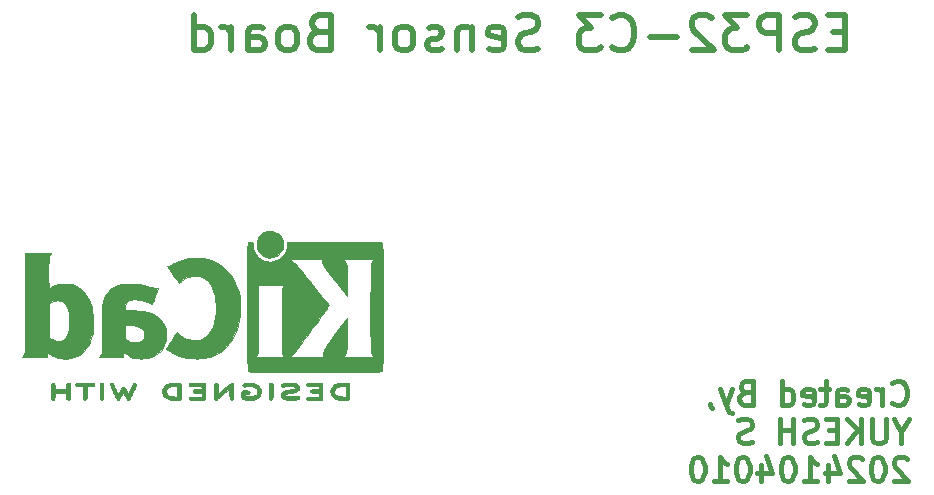
<source format=gbr>
%TF.GenerationSoftware,KiCad,Pcbnew,9.0.4*%
%TF.CreationDate,2025-12-21T22:50:03+05:30*%
%TF.ProjectId,ESP-32 C3 demo project004,4553502d-3332-4204-9333-2064656d6f20,rev?*%
%TF.SameCoordinates,Original*%
%TF.FileFunction,Legend,Bot*%
%TF.FilePolarity,Positive*%
%FSLAX46Y46*%
G04 Gerber Fmt 4.6, Leading zero omitted, Abs format (unit mm)*
G04 Created by KiCad (PCBNEW 9.0.4) date 2025-12-21 22:50:03*
%MOMM*%
%LPD*%
G01*
G04 APERTURE LIST*
%ADD10C,0.400000*%
%ADD11C,0.500000*%
%ADD12C,0.010000*%
G04 APERTURE END LIST*
D10*
X223288795Y-87211185D02*
X223384033Y-87306424D01*
X223384033Y-87306424D02*
X223669747Y-87401662D01*
X223669747Y-87401662D02*
X223860223Y-87401662D01*
X223860223Y-87401662D02*
X224145938Y-87306424D01*
X224145938Y-87306424D02*
X224336414Y-87115947D01*
X224336414Y-87115947D02*
X224431652Y-86925471D01*
X224431652Y-86925471D02*
X224526890Y-86544519D01*
X224526890Y-86544519D02*
X224526890Y-86258804D01*
X224526890Y-86258804D02*
X224431652Y-85877852D01*
X224431652Y-85877852D02*
X224336414Y-85687376D01*
X224336414Y-85687376D02*
X224145938Y-85496900D01*
X224145938Y-85496900D02*
X223860223Y-85401662D01*
X223860223Y-85401662D02*
X223669747Y-85401662D01*
X223669747Y-85401662D02*
X223384033Y-85496900D01*
X223384033Y-85496900D02*
X223288795Y-85592138D01*
X222431652Y-87401662D02*
X222431652Y-86068328D01*
X222431652Y-86449281D02*
X222336414Y-86258804D01*
X222336414Y-86258804D02*
X222241176Y-86163566D01*
X222241176Y-86163566D02*
X222050700Y-86068328D01*
X222050700Y-86068328D02*
X221860223Y-86068328D01*
X220431652Y-87306424D02*
X220622128Y-87401662D01*
X220622128Y-87401662D02*
X221003081Y-87401662D01*
X221003081Y-87401662D02*
X221193557Y-87306424D01*
X221193557Y-87306424D02*
X221288795Y-87115947D01*
X221288795Y-87115947D02*
X221288795Y-86354043D01*
X221288795Y-86354043D02*
X221193557Y-86163566D01*
X221193557Y-86163566D02*
X221003081Y-86068328D01*
X221003081Y-86068328D02*
X220622128Y-86068328D01*
X220622128Y-86068328D02*
X220431652Y-86163566D01*
X220431652Y-86163566D02*
X220336414Y-86354043D01*
X220336414Y-86354043D02*
X220336414Y-86544519D01*
X220336414Y-86544519D02*
X221288795Y-86734995D01*
X218622128Y-87401662D02*
X218622128Y-86354043D01*
X218622128Y-86354043D02*
X218717366Y-86163566D01*
X218717366Y-86163566D02*
X218907842Y-86068328D01*
X218907842Y-86068328D02*
X219288795Y-86068328D01*
X219288795Y-86068328D02*
X219479271Y-86163566D01*
X218622128Y-87306424D02*
X218812604Y-87401662D01*
X218812604Y-87401662D02*
X219288795Y-87401662D01*
X219288795Y-87401662D02*
X219479271Y-87306424D01*
X219479271Y-87306424D02*
X219574509Y-87115947D01*
X219574509Y-87115947D02*
X219574509Y-86925471D01*
X219574509Y-86925471D02*
X219479271Y-86734995D01*
X219479271Y-86734995D02*
X219288795Y-86639757D01*
X219288795Y-86639757D02*
X218812604Y-86639757D01*
X218812604Y-86639757D02*
X218622128Y-86544519D01*
X217955461Y-86068328D02*
X217193557Y-86068328D01*
X217669747Y-85401662D02*
X217669747Y-87115947D01*
X217669747Y-87115947D02*
X217574509Y-87306424D01*
X217574509Y-87306424D02*
X217384033Y-87401662D01*
X217384033Y-87401662D02*
X217193557Y-87401662D01*
X215764985Y-87306424D02*
X215955461Y-87401662D01*
X215955461Y-87401662D02*
X216336414Y-87401662D01*
X216336414Y-87401662D02*
X216526890Y-87306424D01*
X216526890Y-87306424D02*
X216622128Y-87115947D01*
X216622128Y-87115947D02*
X216622128Y-86354043D01*
X216622128Y-86354043D02*
X216526890Y-86163566D01*
X216526890Y-86163566D02*
X216336414Y-86068328D01*
X216336414Y-86068328D02*
X215955461Y-86068328D01*
X215955461Y-86068328D02*
X215764985Y-86163566D01*
X215764985Y-86163566D02*
X215669747Y-86354043D01*
X215669747Y-86354043D02*
X215669747Y-86544519D01*
X215669747Y-86544519D02*
X216622128Y-86734995D01*
X213955461Y-87401662D02*
X213955461Y-85401662D01*
X213955461Y-87306424D02*
X214145937Y-87401662D01*
X214145937Y-87401662D02*
X214526890Y-87401662D01*
X214526890Y-87401662D02*
X214717366Y-87306424D01*
X214717366Y-87306424D02*
X214812604Y-87211185D01*
X214812604Y-87211185D02*
X214907842Y-87020709D01*
X214907842Y-87020709D02*
X214907842Y-86449281D01*
X214907842Y-86449281D02*
X214812604Y-86258804D01*
X214812604Y-86258804D02*
X214717366Y-86163566D01*
X214717366Y-86163566D02*
X214526890Y-86068328D01*
X214526890Y-86068328D02*
X214145937Y-86068328D01*
X214145937Y-86068328D02*
X213955461Y-86163566D01*
X210812603Y-86354043D02*
X210526889Y-86449281D01*
X210526889Y-86449281D02*
X210431651Y-86544519D01*
X210431651Y-86544519D02*
X210336413Y-86734995D01*
X210336413Y-86734995D02*
X210336413Y-87020709D01*
X210336413Y-87020709D02*
X210431651Y-87211185D01*
X210431651Y-87211185D02*
X210526889Y-87306424D01*
X210526889Y-87306424D02*
X210717365Y-87401662D01*
X210717365Y-87401662D02*
X211479270Y-87401662D01*
X211479270Y-87401662D02*
X211479270Y-85401662D01*
X211479270Y-85401662D02*
X210812603Y-85401662D01*
X210812603Y-85401662D02*
X210622127Y-85496900D01*
X210622127Y-85496900D02*
X210526889Y-85592138D01*
X210526889Y-85592138D02*
X210431651Y-85782614D01*
X210431651Y-85782614D02*
X210431651Y-85973090D01*
X210431651Y-85973090D02*
X210526889Y-86163566D01*
X210526889Y-86163566D02*
X210622127Y-86258804D01*
X210622127Y-86258804D02*
X210812603Y-86354043D01*
X210812603Y-86354043D02*
X211479270Y-86354043D01*
X209669746Y-86068328D02*
X209193556Y-87401662D01*
X208717365Y-86068328D02*
X209193556Y-87401662D01*
X209193556Y-87401662D02*
X209384032Y-87877852D01*
X209384032Y-87877852D02*
X209479270Y-87973090D01*
X209479270Y-87973090D02*
X209669746Y-88068328D01*
X207860222Y-87306424D02*
X207860222Y-87401662D01*
X207860222Y-87401662D02*
X207955460Y-87592138D01*
X207955460Y-87592138D02*
X208050698Y-87687376D01*
X224050700Y-89669169D02*
X224050700Y-90621550D01*
X224717366Y-88621550D02*
X224050700Y-89669169D01*
X224050700Y-89669169D02*
X223384033Y-88621550D01*
X222717366Y-88621550D02*
X222717366Y-90240597D01*
X222717366Y-90240597D02*
X222622128Y-90431073D01*
X222622128Y-90431073D02*
X222526890Y-90526312D01*
X222526890Y-90526312D02*
X222336414Y-90621550D01*
X222336414Y-90621550D02*
X221955461Y-90621550D01*
X221955461Y-90621550D02*
X221764985Y-90526312D01*
X221764985Y-90526312D02*
X221669747Y-90431073D01*
X221669747Y-90431073D02*
X221574509Y-90240597D01*
X221574509Y-90240597D02*
X221574509Y-88621550D01*
X220622128Y-90621550D02*
X220622128Y-88621550D01*
X219479271Y-90621550D02*
X220336414Y-89478692D01*
X219479271Y-88621550D02*
X220622128Y-89764407D01*
X218622128Y-89573931D02*
X217955461Y-89573931D01*
X217669747Y-90621550D02*
X218622128Y-90621550D01*
X218622128Y-90621550D02*
X218622128Y-88621550D01*
X218622128Y-88621550D02*
X217669747Y-88621550D01*
X216907842Y-90526312D02*
X216622128Y-90621550D01*
X216622128Y-90621550D02*
X216145937Y-90621550D01*
X216145937Y-90621550D02*
X215955461Y-90526312D01*
X215955461Y-90526312D02*
X215860223Y-90431073D01*
X215860223Y-90431073D02*
X215764985Y-90240597D01*
X215764985Y-90240597D02*
X215764985Y-90050121D01*
X215764985Y-90050121D02*
X215860223Y-89859645D01*
X215860223Y-89859645D02*
X215955461Y-89764407D01*
X215955461Y-89764407D02*
X216145937Y-89669169D01*
X216145937Y-89669169D02*
X216526890Y-89573931D01*
X216526890Y-89573931D02*
X216717366Y-89478692D01*
X216717366Y-89478692D02*
X216812604Y-89383454D01*
X216812604Y-89383454D02*
X216907842Y-89192978D01*
X216907842Y-89192978D02*
X216907842Y-89002502D01*
X216907842Y-89002502D02*
X216812604Y-88812026D01*
X216812604Y-88812026D02*
X216717366Y-88716788D01*
X216717366Y-88716788D02*
X216526890Y-88621550D01*
X216526890Y-88621550D02*
X216050699Y-88621550D01*
X216050699Y-88621550D02*
X215764985Y-88716788D01*
X214907842Y-90621550D02*
X214907842Y-88621550D01*
X214907842Y-89573931D02*
X213764985Y-89573931D01*
X213764985Y-90621550D02*
X213764985Y-88621550D01*
X211384032Y-90526312D02*
X211098318Y-90621550D01*
X211098318Y-90621550D02*
X210622127Y-90621550D01*
X210622127Y-90621550D02*
X210431651Y-90526312D01*
X210431651Y-90526312D02*
X210336413Y-90431073D01*
X210336413Y-90431073D02*
X210241175Y-90240597D01*
X210241175Y-90240597D02*
X210241175Y-90050121D01*
X210241175Y-90050121D02*
X210336413Y-89859645D01*
X210336413Y-89859645D02*
X210431651Y-89764407D01*
X210431651Y-89764407D02*
X210622127Y-89669169D01*
X210622127Y-89669169D02*
X211003080Y-89573931D01*
X211003080Y-89573931D02*
X211193556Y-89478692D01*
X211193556Y-89478692D02*
X211288794Y-89383454D01*
X211288794Y-89383454D02*
X211384032Y-89192978D01*
X211384032Y-89192978D02*
X211384032Y-89002502D01*
X211384032Y-89002502D02*
X211288794Y-88812026D01*
X211288794Y-88812026D02*
X211193556Y-88716788D01*
X211193556Y-88716788D02*
X211003080Y-88621550D01*
X211003080Y-88621550D02*
X210526889Y-88621550D01*
X210526889Y-88621550D02*
X210241175Y-88716788D01*
X224526890Y-92031914D02*
X224431652Y-91936676D01*
X224431652Y-91936676D02*
X224241176Y-91841438D01*
X224241176Y-91841438D02*
X223764985Y-91841438D01*
X223764985Y-91841438D02*
X223574509Y-91936676D01*
X223574509Y-91936676D02*
X223479271Y-92031914D01*
X223479271Y-92031914D02*
X223384033Y-92222390D01*
X223384033Y-92222390D02*
X223384033Y-92412866D01*
X223384033Y-92412866D02*
X223479271Y-92698580D01*
X223479271Y-92698580D02*
X224622128Y-93841438D01*
X224622128Y-93841438D02*
X223384033Y-93841438D01*
X222145938Y-91841438D02*
X221955461Y-91841438D01*
X221955461Y-91841438D02*
X221764985Y-91936676D01*
X221764985Y-91936676D02*
X221669747Y-92031914D01*
X221669747Y-92031914D02*
X221574509Y-92222390D01*
X221574509Y-92222390D02*
X221479271Y-92603342D01*
X221479271Y-92603342D02*
X221479271Y-93079533D01*
X221479271Y-93079533D02*
X221574509Y-93460485D01*
X221574509Y-93460485D02*
X221669747Y-93650961D01*
X221669747Y-93650961D02*
X221764985Y-93746200D01*
X221764985Y-93746200D02*
X221955461Y-93841438D01*
X221955461Y-93841438D02*
X222145938Y-93841438D01*
X222145938Y-93841438D02*
X222336414Y-93746200D01*
X222336414Y-93746200D02*
X222431652Y-93650961D01*
X222431652Y-93650961D02*
X222526890Y-93460485D01*
X222526890Y-93460485D02*
X222622128Y-93079533D01*
X222622128Y-93079533D02*
X222622128Y-92603342D01*
X222622128Y-92603342D02*
X222526890Y-92222390D01*
X222526890Y-92222390D02*
X222431652Y-92031914D01*
X222431652Y-92031914D02*
X222336414Y-91936676D01*
X222336414Y-91936676D02*
X222145938Y-91841438D01*
X220717366Y-92031914D02*
X220622128Y-91936676D01*
X220622128Y-91936676D02*
X220431652Y-91841438D01*
X220431652Y-91841438D02*
X219955461Y-91841438D01*
X219955461Y-91841438D02*
X219764985Y-91936676D01*
X219764985Y-91936676D02*
X219669747Y-92031914D01*
X219669747Y-92031914D02*
X219574509Y-92222390D01*
X219574509Y-92222390D02*
X219574509Y-92412866D01*
X219574509Y-92412866D02*
X219669747Y-92698580D01*
X219669747Y-92698580D02*
X220812604Y-93841438D01*
X220812604Y-93841438D02*
X219574509Y-93841438D01*
X217860223Y-92508104D02*
X217860223Y-93841438D01*
X218336414Y-91746200D02*
X218812604Y-93174771D01*
X218812604Y-93174771D02*
X217574509Y-93174771D01*
X215764985Y-93841438D02*
X216907842Y-93841438D01*
X216336414Y-93841438D02*
X216336414Y-91841438D01*
X216336414Y-91841438D02*
X216526890Y-92127152D01*
X216526890Y-92127152D02*
X216717366Y-92317628D01*
X216717366Y-92317628D02*
X216907842Y-92412866D01*
X214526890Y-91841438D02*
X214336413Y-91841438D01*
X214336413Y-91841438D02*
X214145937Y-91936676D01*
X214145937Y-91936676D02*
X214050699Y-92031914D01*
X214050699Y-92031914D02*
X213955461Y-92222390D01*
X213955461Y-92222390D02*
X213860223Y-92603342D01*
X213860223Y-92603342D02*
X213860223Y-93079533D01*
X213860223Y-93079533D02*
X213955461Y-93460485D01*
X213955461Y-93460485D02*
X214050699Y-93650961D01*
X214050699Y-93650961D02*
X214145937Y-93746200D01*
X214145937Y-93746200D02*
X214336413Y-93841438D01*
X214336413Y-93841438D02*
X214526890Y-93841438D01*
X214526890Y-93841438D02*
X214717366Y-93746200D01*
X214717366Y-93746200D02*
X214812604Y-93650961D01*
X214812604Y-93650961D02*
X214907842Y-93460485D01*
X214907842Y-93460485D02*
X215003080Y-93079533D01*
X215003080Y-93079533D02*
X215003080Y-92603342D01*
X215003080Y-92603342D02*
X214907842Y-92222390D01*
X214907842Y-92222390D02*
X214812604Y-92031914D01*
X214812604Y-92031914D02*
X214717366Y-91936676D01*
X214717366Y-91936676D02*
X214526890Y-91841438D01*
X212145937Y-92508104D02*
X212145937Y-93841438D01*
X212622128Y-91746200D02*
X213098318Y-93174771D01*
X213098318Y-93174771D02*
X211860223Y-93174771D01*
X210717366Y-91841438D02*
X210526889Y-91841438D01*
X210526889Y-91841438D02*
X210336413Y-91936676D01*
X210336413Y-91936676D02*
X210241175Y-92031914D01*
X210241175Y-92031914D02*
X210145937Y-92222390D01*
X210145937Y-92222390D02*
X210050699Y-92603342D01*
X210050699Y-92603342D02*
X210050699Y-93079533D01*
X210050699Y-93079533D02*
X210145937Y-93460485D01*
X210145937Y-93460485D02*
X210241175Y-93650961D01*
X210241175Y-93650961D02*
X210336413Y-93746200D01*
X210336413Y-93746200D02*
X210526889Y-93841438D01*
X210526889Y-93841438D02*
X210717366Y-93841438D01*
X210717366Y-93841438D02*
X210907842Y-93746200D01*
X210907842Y-93746200D02*
X211003080Y-93650961D01*
X211003080Y-93650961D02*
X211098318Y-93460485D01*
X211098318Y-93460485D02*
X211193556Y-93079533D01*
X211193556Y-93079533D02*
X211193556Y-92603342D01*
X211193556Y-92603342D02*
X211098318Y-92222390D01*
X211098318Y-92222390D02*
X211003080Y-92031914D01*
X211003080Y-92031914D02*
X210907842Y-91936676D01*
X210907842Y-91936676D02*
X210717366Y-91841438D01*
X208145937Y-93841438D02*
X209288794Y-93841438D01*
X208717366Y-93841438D02*
X208717366Y-91841438D01*
X208717366Y-91841438D02*
X208907842Y-92127152D01*
X208907842Y-92127152D02*
X209098318Y-92317628D01*
X209098318Y-92317628D02*
X209288794Y-92412866D01*
X206907842Y-91841438D02*
X206717365Y-91841438D01*
X206717365Y-91841438D02*
X206526889Y-91936676D01*
X206526889Y-91936676D02*
X206431651Y-92031914D01*
X206431651Y-92031914D02*
X206336413Y-92222390D01*
X206336413Y-92222390D02*
X206241175Y-92603342D01*
X206241175Y-92603342D02*
X206241175Y-93079533D01*
X206241175Y-93079533D02*
X206336413Y-93460485D01*
X206336413Y-93460485D02*
X206431651Y-93650961D01*
X206431651Y-93650961D02*
X206526889Y-93746200D01*
X206526889Y-93746200D02*
X206717365Y-93841438D01*
X206717365Y-93841438D02*
X206907842Y-93841438D01*
X206907842Y-93841438D02*
X207098318Y-93746200D01*
X207098318Y-93746200D02*
X207193556Y-93650961D01*
X207193556Y-93650961D02*
X207288794Y-93460485D01*
X207288794Y-93460485D02*
X207384032Y-93079533D01*
X207384032Y-93079533D02*
X207384032Y-92603342D01*
X207384032Y-92603342D02*
X207288794Y-92222390D01*
X207288794Y-92222390D02*
X207193556Y-92031914D01*
X207193556Y-92031914D02*
X207098318Y-91936676D01*
X207098318Y-91936676D02*
X206907842Y-91841438D01*
D11*
X219301767Y-55820428D02*
X218301767Y-55820428D01*
X217873195Y-57391857D02*
X219301767Y-57391857D01*
X219301767Y-57391857D02*
X219301767Y-54391857D01*
X219301767Y-54391857D02*
X217873195Y-54391857D01*
X216730338Y-57249000D02*
X216301767Y-57391857D01*
X216301767Y-57391857D02*
X215587481Y-57391857D01*
X215587481Y-57391857D02*
X215301767Y-57249000D01*
X215301767Y-57249000D02*
X215158909Y-57106142D01*
X215158909Y-57106142D02*
X215016052Y-56820428D01*
X215016052Y-56820428D02*
X215016052Y-56534714D01*
X215016052Y-56534714D02*
X215158909Y-56249000D01*
X215158909Y-56249000D02*
X215301767Y-56106142D01*
X215301767Y-56106142D02*
X215587481Y-55963285D01*
X215587481Y-55963285D02*
X216158909Y-55820428D01*
X216158909Y-55820428D02*
X216444624Y-55677571D01*
X216444624Y-55677571D02*
X216587481Y-55534714D01*
X216587481Y-55534714D02*
X216730338Y-55249000D01*
X216730338Y-55249000D02*
X216730338Y-54963285D01*
X216730338Y-54963285D02*
X216587481Y-54677571D01*
X216587481Y-54677571D02*
X216444624Y-54534714D01*
X216444624Y-54534714D02*
X216158909Y-54391857D01*
X216158909Y-54391857D02*
X215444624Y-54391857D01*
X215444624Y-54391857D02*
X215016052Y-54534714D01*
X213730338Y-57391857D02*
X213730338Y-54391857D01*
X213730338Y-54391857D02*
X212587481Y-54391857D01*
X212587481Y-54391857D02*
X212301766Y-54534714D01*
X212301766Y-54534714D02*
X212158909Y-54677571D01*
X212158909Y-54677571D02*
X212016052Y-54963285D01*
X212016052Y-54963285D02*
X212016052Y-55391857D01*
X212016052Y-55391857D02*
X212158909Y-55677571D01*
X212158909Y-55677571D02*
X212301766Y-55820428D01*
X212301766Y-55820428D02*
X212587481Y-55963285D01*
X212587481Y-55963285D02*
X213730338Y-55963285D01*
X211016052Y-54391857D02*
X209158909Y-54391857D01*
X209158909Y-54391857D02*
X210158909Y-55534714D01*
X210158909Y-55534714D02*
X209730338Y-55534714D01*
X209730338Y-55534714D02*
X209444624Y-55677571D01*
X209444624Y-55677571D02*
X209301766Y-55820428D01*
X209301766Y-55820428D02*
X209158909Y-56106142D01*
X209158909Y-56106142D02*
X209158909Y-56820428D01*
X209158909Y-56820428D02*
X209301766Y-57106142D01*
X209301766Y-57106142D02*
X209444624Y-57249000D01*
X209444624Y-57249000D02*
X209730338Y-57391857D01*
X209730338Y-57391857D02*
X210587481Y-57391857D01*
X210587481Y-57391857D02*
X210873195Y-57249000D01*
X210873195Y-57249000D02*
X211016052Y-57106142D01*
X208016052Y-54677571D02*
X207873195Y-54534714D01*
X207873195Y-54534714D02*
X207587481Y-54391857D01*
X207587481Y-54391857D02*
X206873195Y-54391857D01*
X206873195Y-54391857D02*
X206587481Y-54534714D01*
X206587481Y-54534714D02*
X206444623Y-54677571D01*
X206444623Y-54677571D02*
X206301766Y-54963285D01*
X206301766Y-54963285D02*
X206301766Y-55249000D01*
X206301766Y-55249000D02*
X206444623Y-55677571D01*
X206444623Y-55677571D02*
X208158909Y-57391857D01*
X208158909Y-57391857D02*
X206301766Y-57391857D01*
X205016052Y-56249000D02*
X202730338Y-56249000D01*
X199587480Y-57106142D02*
X199730337Y-57249000D01*
X199730337Y-57249000D02*
X200158909Y-57391857D01*
X200158909Y-57391857D02*
X200444623Y-57391857D01*
X200444623Y-57391857D02*
X200873194Y-57249000D01*
X200873194Y-57249000D02*
X201158909Y-56963285D01*
X201158909Y-56963285D02*
X201301766Y-56677571D01*
X201301766Y-56677571D02*
X201444623Y-56106142D01*
X201444623Y-56106142D02*
X201444623Y-55677571D01*
X201444623Y-55677571D02*
X201301766Y-55106142D01*
X201301766Y-55106142D02*
X201158909Y-54820428D01*
X201158909Y-54820428D02*
X200873194Y-54534714D01*
X200873194Y-54534714D02*
X200444623Y-54391857D01*
X200444623Y-54391857D02*
X200158909Y-54391857D01*
X200158909Y-54391857D02*
X199730337Y-54534714D01*
X199730337Y-54534714D02*
X199587480Y-54677571D01*
X198587480Y-54391857D02*
X196730337Y-54391857D01*
X196730337Y-54391857D02*
X197730337Y-55534714D01*
X197730337Y-55534714D02*
X197301766Y-55534714D01*
X197301766Y-55534714D02*
X197016052Y-55677571D01*
X197016052Y-55677571D02*
X196873194Y-55820428D01*
X196873194Y-55820428D02*
X196730337Y-56106142D01*
X196730337Y-56106142D02*
X196730337Y-56820428D01*
X196730337Y-56820428D02*
X196873194Y-57106142D01*
X196873194Y-57106142D02*
X197016052Y-57249000D01*
X197016052Y-57249000D02*
X197301766Y-57391857D01*
X197301766Y-57391857D02*
X198158909Y-57391857D01*
X198158909Y-57391857D02*
X198444623Y-57249000D01*
X198444623Y-57249000D02*
X198587480Y-57106142D01*
X193301766Y-57249000D02*
X192873195Y-57391857D01*
X192873195Y-57391857D02*
X192158909Y-57391857D01*
X192158909Y-57391857D02*
X191873195Y-57249000D01*
X191873195Y-57249000D02*
X191730337Y-57106142D01*
X191730337Y-57106142D02*
X191587480Y-56820428D01*
X191587480Y-56820428D02*
X191587480Y-56534714D01*
X191587480Y-56534714D02*
X191730337Y-56249000D01*
X191730337Y-56249000D02*
X191873195Y-56106142D01*
X191873195Y-56106142D02*
X192158909Y-55963285D01*
X192158909Y-55963285D02*
X192730337Y-55820428D01*
X192730337Y-55820428D02*
X193016052Y-55677571D01*
X193016052Y-55677571D02*
X193158909Y-55534714D01*
X193158909Y-55534714D02*
X193301766Y-55249000D01*
X193301766Y-55249000D02*
X193301766Y-54963285D01*
X193301766Y-54963285D02*
X193158909Y-54677571D01*
X193158909Y-54677571D02*
X193016052Y-54534714D01*
X193016052Y-54534714D02*
X192730337Y-54391857D01*
X192730337Y-54391857D02*
X192016052Y-54391857D01*
X192016052Y-54391857D02*
X191587480Y-54534714D01*
X189158909Y-57249000D02*
X189444623Y-57391857D01*
X189444623Y-57391857D02*
X190016052Y-57391857D01*
X190016052Y-57391857D02*
X190301766Y-57249000D01*
X190301766Y-57249000D02*
X190444623Y-56963285D01*
X190444623Y-56963285D02*
X190444623Y-55820428D01*
X190444623Y-55820428D02*
X190301766Y-55534714D01*
X190301766Y-55534714D02*
X190016052Y-55391857D01*
X190016052Y-55391857D02*
X189444623Y-55391857D01*
X189444623Y-55391857D02*
X189158909Y-55534714D01*
X189158909Y-55534714D02*
X189016052Y-55820428D01*
X189016052Y-55820428D02*
X189016052Y-56106142D01*
X189016052Y-56106142D02*
X190444623Y-56391857D01*
X187730337Y-55391857D02*
X187730337Y-57391857D01*
X187730337Y-55677571D02*
X187587480Y-55534714D01*
X187587480Y-55534714D02*
X187301765Y-55391857D01*
X187301765Y-55391857D02*
X186873194Y-55391857D01*
X186873194Y-55391857D02*
X186587480Y-55534714D01*
X186587480Y-55534714D02*
X186444623Y-55820428D01*
X186444623Y-55820428D02*
X186444623Y-57391857D01*
X185158908Y-57249000D02*
X184873194Y-57391857D01*
X184873194Y-57391857D02*
X184301765Y-57391857D01*
X184301765Y-57391857D02*
X184016051Y-57249000D01*
X184016051Y-57249000D02*
X183873194Y-56963285D01*
X183873194Y-56963285D02*
X183873194Y-56820428D01*
X183873194Y-56820428D02*
X184016051Y-56534714D01*
X184016051Y-56534714D02*
X184301765Y-56391857D01*
X184301765Y-56391857D02*
X184730337Y-56391857D01*
X184730337Y-56391857D02*
X185016051Y-56249000D01*
X185016051Y-56249000D02*
X185158908Y-55963285D01*
X185158908Y-55963285D02*
X185158908Y-55820428D01*
X185158908Y-55820428D02*
X185016051Y-55534714D01*
X185016051Y-55534714D02*
X184730337Y-55391857D01*
X184730337Y-55391857D02*
X184301765Y-55391857D01*
X184301765Y-55391857D02*
X184016051Y-55534714D01*
X182158908Y-57391857D02*
X182444623Y-57249000D01*
X182444623Y-57249000D02*
X182587480Y-57106142D01*
X182587480Y-57106142D02*
X182730337Y-56820428D01*
X182730337Y-56820428D02*
X182730337Y-55963285D01*
X182730337Y-55963285D02*
X182587480Y-55677571D01*
X182587480Y-55677571D02*
X182444623Y-55534714D01*
X182444623Y-55534714D02*
X182158908Y-55391857D01*
X182158908Y-55391857D02*
X181730337Y-55391857D01*
X181730337Y-55391857D02*
X181444623Y-55534714D01*
X181444623Y-55534714D02*
X181301766Y-55677571D01*
X181301766Y-55677571D02*
X181158908Y-55963285D01*
X181158908Y-55963285D02*
X181158908Y-56820428D01*
X181158908Y-56820428D02*
X181301766Y-57106142D01*
X181301766Y-57106142D02*
X181444623Y-57249000D01*
X181444623Y-57249000D02*
X181730337Y-57391857D01*
X181730337Y-57391857D02*
X182158908Y-57391857D01*
X179873194Y-57391857D02*
X179873194Y-55391857D01*
X179873194Y-55963285D02*
X179730337Y-55677571D01*
X179730337Y-55677571D02*
X179587480Y-55534714D01*
X179587480Y-55534714D02*
X179301765Y-55391857D01*
X179301765Y-55391857D02*
X179016051Y-55391857D01*
X174730337Y-55820428D02*
X174301765Y-55963285D01*
X174301765Y-55963285D02*
X174158908Y-56106142D01*
X174158908Y-56106142D02*
X174016051Y-56391857D01*
X174016051Y-56391857D02*
X174016051Y-56820428D01*
X174016051Y-56820428D02*
X174158908Y-57106142D01*
X174158908Y-57106142D02*
X174301765Y-57249000D01*
X174301765Y-57249000D02*
X174587480Y-57391857D01*
X174587480Y-57391857D02*
X175730337Y-57391857D01*
X175730337Y-57391857D02*
X175730337Y-54391857D01*
X175730337Y-54391857D02*
X174730337Y-54391857D01*
X174730337Y-54391857D02*
X174444623Y-54534714D01*
X174444623Y-54534714D02*
X174301765Y-54677571D01*
X174301765Y-54677571D02*
X174158908Y-54963285D01*
X174158908Y-54963285D02*
X174158908Y-55249000D01*
X174158908Y-55249000D02*
X174301765Y-55534714D01*
X174301765Y-55534714D02*
X174444623Y-55677571D01*
X174444623Y-55677571D02*
X174730337Y-55820428D01*
X174730337Y-55820428D02*
X175730337Y-55820428D01*
X172301765Y-57391857D02*
X172587480Y-57249000D01*
X172587480Y-57249000D02*
X172730337Y-57106142D01*
X172730337Y-57106142D02*
X172873194Y-56820428D01*
X172873194Y-56820428D02*
X172873194Y-55963285D01*
X172873194Y-55963285D02*
X172730337Y-55677571D01*
X172730337Y-55677571D02*
X172587480Y-55534714D01*
X172587480Y-55534714D02*
X172301765Y-55391857D01*
X172301765Y-55391857D02*
X171873194Y-55391857D01*
X171873194Y-55391857D02*
X171587480Y-55534714D01*
X171587480Y-55534714D02*
X171444623Y-55677571D01*
X171444623Y-55677571D02*
X171301765Y-55963285D01*
X171301765Y-55963285D02*
X171301765Y-56820428D01*
X171301765Y-56820428D02*
X171444623Y-57106142D01*
X171444623Y-57106142D02*
X171587480Y-57249000D01*
X171587480Y-57249000D02*
X171873194Y-57391857D01*
X171873194Y-57391857D02*
X172301765Y-57391857D01*
X168730337Y-57391857D02*
X168730337Y-55820428D01*
X168730337Y-55820428D02*
X168873194Y-55534714D01*
X168873194Y-55534714D02*
X169158908Y-55391857D01*
X169158908Y-55391857D02*
X169730337Y-55391857D01*
X169730337Y-55391857D02*
X170016051Y-55534714D01*
X168730337Y-57249000D02*
X169016051Y-57391857D01*
X169016051Y-57391857D02*
X169730337Y-57391857D01*
X169730337Y-57391857D02*
X170016051Y-57249000D01*
X170016051Y-57249000D02*
X170158908Y-56963285D01*
X170158908Y-56963285D02*
X170158908Y-56677571D01*
X170158908Y-56677571D02*
X170016051Y-56391857D01*
X170016051Y-56391857D02*
X169730337Y-56249000D01*
X169730337Y-56249000D02*
X169016051Y-56249000D01*
X169016051Y-56249000D02*
X168730337Y-56106142D01*
X167301765Y-57391857D02*
X167301765Y-55391857D01*
X167301765Y-55963285D02*
X167158908Y-55677571D01*
X167158908Y-55677571D02*
X167016051Y-55534714D01*
X167016051Y-55534714D02*
X166730336Y-55391857D01*
X166730336Y-55391857D02*
X166444622Y-55391857D01*
X164158908Y-57391857D02*
X164158908Y-54391857D01*
X164158908Y-57249000D02*
X164444622Y-57391857D01*
X164444622Y-57391857D02*
X165016050Y-57391857D01*
X165016050Y-57391857D02*
X165301765Y-57249000D01*
X165301765Y-57249000D02*
X165444622Y-57106142D01*
X165444622Y-57106142D02*
X165587479Y-56820428D01*
X165587479Y-56820428D02*
X165587479Y-55963285D01*
X165587479Y-55963285D02*
X165444622Y-55677571D01*
X165444622Y-55677571D02*
X165301765Y-55534714D01*
X165301765Y-55534714D02*
X165016050Y-55391857D01*
X165016050Y-55391857D02*
X164444622Y-55391857D01*
X164444622Y-55391857D02*
X164158908Y-55534714D01*
D12*
%TO.C,REF\u002A\u002A*%
X156360678Y-85534039D02*
X156412351Y-85565575D01*
X156465891Y-85608929D01*
X156465891Y-86909622D01*
X156412351Y-86952976D01*
X156349350Y-86988081D01*
X156277430Y-86989760D01*
X156214272Y-86948591D01*
X156206485Y-86939219D01*
X156195504Y-86920199D01*
X156187052Y-86892714D01*
X156180801Y-86851492D01*
X156176422Y-86791265D01*
X156173588Y-86706761D01*
X156171970Y-86592710D01*
X156171240Y-86443844D01*
X156171069Y-86254891D01*
X156171069Y-85608929D01*
X156224608Y-85565575D01*
X156272246Y-85535903D01*
X156318480Y-85522222D01*
X156360678Y-85534039D01*
G36*
X156360678Y-85534039D02*
G01*
X156412351Y-85565575D01*
X156465891Y-85608929D01*
X156465891Y-86909622D01*
X156412351Y-86952976D01*
X156349350Y-86988081D01*
X156277430Y-86989760D01*
X156214272Y-86948591D01*
X156206485Y-86939219D01*
X156195504Y-86920199D01*
X156187052Y-86892714D01*
X156180801Y-86851492D01*
X156176422Y-86791265D01*
X156173588Y-86706761D01*
X156171970Y-86592710D01*
X156171240Y-86443844D01*
X156171069Y-86254891D01*
X156171069Y-85608929D01*
X156224608Y-85565575D01*
X156272246Y-85535903D01*
X156318480Y-85522222D01*
X156360678Y-85534039D01*
G37*
X170685807Y-85531054D02*
X170754421Y-85577887D01*
X170810087Y-85633553D01*
X170810087Y-86262452D01*
X170810005Y-86431263D01*
X170809485Y-86580369D01*
X170808138Y-86694380D01*
X170805571Y-86778697D01*
X170801395Y-86838718D01*
X170795218Y-86879844D01*
X170786650Y-86907473D01*
X170775300Y-86927006D01*
X170760777Y-86943840D01*
X170697569Y-86986960D01*
X170626924Y-86990509D01*
X170560623Y-86950972D01*
X170549962Y-86939182D01*
X170539014Y-86920933D01*
X170530645Y-86894131D01*
X170524509Y-86853519D01*
X170520262Y-86793838D01*
X170517559Y-86709830D01*
X170516055Y-86596239D01*
X170515406Y-86447807D01*
X170515266Y-86259275D01*
X170515345Y-86107277D01*
X170515857Y-85950763D01*
X170517151Y-85830207D01*
X170519570Y-85740353D01*
X170523460Y-85675942D01*
X170529166Y-85631717D01*
X170537032Y-85602420D01*
X170547402Y-85582793D01*
X170560623Y-85567579D01*
X170619250Y-85529367D01*
X170685807Y-85531054D01*
G36*
X170685807Y-85531054D02*
G01*
X170754421Y-85577887D01*
X170810087Y-85633553D01*
X170810087Y-86262452D01*
X170810005Y-86431263D01*
X170809485Y-86580369D01*
X170808138Y-86694380D01*
X170805571Y-86778697D01*
X170801395Y-86838718D01*
X170795218Y-86879844D01*
X170786650Y-86907473D01*
X170775300Y-86927006D01*
X170760777Y-86943840D01*
X170697569Y-86986960D01*
X170626924Y-86990509D01*
X170560623Y-86950972D01*
X170549962Y-86939182D01*
X170539014Y-86920933D01*
X170530645Y-86894131D01*
X170524509Y-86853519D01*
X170520262Y-86793838D01*
X170517559Y-86709830D01*
X170516055Y-86596239D01*
X170515406Y-86447807D01*
X170515266Y-86259275D01*
X170515345Y-86107277D01*
X170515857Y-85950763D01*
X170517151Y-85830207D01*
X170519570Y-85740353D01*
X170523460Y-85675942D01*
X170529166Y-85631717D01*
X170537032Y-85602420D01*
X170547402Y-85582793D01*
X170560623Y-85567579D01*
X170619250Y-85529367D01*
X170685807Y-85531054D01*
G37*
X170742293Y-72690240D02*
X170952206Y-72741672D01*
X171151180Y-72833982D01*
X171332945Y-72967186D01*
X171491231Y-73141296D01*
X171619766Y-73356329D01*
X171654226Y-73432080D01*
X171682143Y-73508859D01*
X171697807Y-73585615D01*
X171704673Y-73680554D01*
X171706195Y-73811880D01*
X171705275Y-73921186D01*
X171699732Y-74021641D01*
X171686142Y-74100016D01*
X171661110Y-74174311D01*
X171621245Y-74262525D01*
X171609713Y-74286033D01*
X171473408Y-74501289D01*
X171301974Y-74678396D01*
X171100278Y-74813197D01*
X170873184Y-74901536D01*
X170756660Y-74926188D01*
X170520268Y-74937723D01*
X170291307Y-74900398D01*
X170076491Y-74818039D01*
X169882535Y-74694473D01*
X169716151Y-74533528D01*
X169584055Y-74339030D01*
X169492960Y-74114805D01*
X169459631Y-73931311D01*
X169456628Y-73728817D01*
X169483735Y-73531849D01*
X169539661Y-73361235D01*
X169604280Y-73239257D01*
X169748136Y-73045731D01*
X169918678Y-72892995D01*
X170109635Y-72781063D01*
X170314737Y-72709950D01*
X170527714Y-72679671D01*
X170742293Y-72690240D01*
G36*
X170742293Y-72690240D02*
G01*
X170952206Y-72741672D01*
X171151180Y-72833982D01*
X171332945Y-72967186D01*
X171491231Y-73141296D01*
X171619766Y-73356329D01*
X171654226Y-73432080D01*
X171682143Y-73508859D01*
X171697807Y-73585615D01*
X171704673Y-73680554D01*
X171706195Y-73811880D01*
X171705275Y-73921186D01*
X171699732Y-74021641D01*
X171686142Y-74100016D01*
X171661110Y-74174311D01*
X171621245Y-74262525D01*
X171609713Y-74286033D01*
X171473408Y-74501289D01*
X171301974Y-74678396D01*
X171100278Y-74813197D01*
X170873184Y-74901536D01*
X170756660Y-74926188D01*
X170520268Y-74937723D01*
X170291307Y-74900398D01*
X170076491Y-74818039D01*
X169882535Y-74694473D01*
X169716151Y-74533528D01*
X169584055Y-74339030D01*
X169492960Y-74114805D01*
X169459631Y-73931311D01*
X169456628Y-73728817D01*
X169483735Y-73531849D01*
X169539661Y-73361235D01*
X169604280Y-73239257D01*
X169748136Y-73045731D01*
X169918678Y-72892995D01*
X170109635Y-72781063D01*
X170314737Y-72709950D01*
X170527714Y-72679671D01*
X170742293Y-72690240D01*
G37*
X154955155Y-85522225D02*
X155144241Y-85522405D01*
X155293935Y-85523088D01*
X155409261Y-85524578D01*
X155495243Y-85527180D01*
X155556903Y-85531201D01*
X155599265Y-85536946D01*
X155627353Y-85544721D01*
X155646191Y-85554830D01*
X155660801Y-85567579D01*
X155698581Y-85633306D01*
X155701487Y-85708796D01*
X155668626Y-85775570D01*
X155665893Y-85778490D01*
X155643387Y-85795285D01*
X155609030Y-85806445D01*
X155554448Y-85813062D01*
X155471271Y-85816230D01*
X155351126Y-85817043D01*
X155071158Y-85817043D01*
X155071158Y-86346931D01*
X155071007Y-86499264D01*
X155070187Y-86633192D01*
X155068214Y-86733204D01*
X155064606Y-86805359D01*
X155058879Y-86855715D01*
X155050550Y-86890331D01*
X155039136Y-86915264D01*
X155024155Y-86936574D01*
X155019553Y-86942211D01*
X154956919Y-86987698D01*
X154887854Y-86990840D01*
X154821694Y-86950972D01*
X154807675Y-86934748D01*
X154796682Y-86913457D01*
X154788606Y-86881629D01*
X154782999Y-86833462D01*
X154779415Y-86763151D01*
X154777407Y-86664895D01*
X154776530Y-86532888D01*
X154776337Y-86361329D01*
X154776337Y-85817043D01*
X154483162Y-85817043D01*
X154460863Y-85817041D01*
X154347323Y-85816589D01*
X154269287Y-85814301D01*
X154218276Y-85808676D01*
X154185808Y-85798216D01*
X154163405Y-85781418D01*
X154142586Y-85756783D01*
X154110750Y-85695134D01*
X154116982Y-85627271D01*
X154168499Y-85561909D01*
X154178425Y-85554441D01*
X154198936Y-85544726D01*
X154229925Y-85537166D01*
X154276374Y-85531496D01*
X154343267Y-85527451D01*
X154435585Y-85524766D01*
X154558312Y-85523176D01*
X154716430Y-85522416D01*
X154914921Y-85522222D01*
X154955155Y-85522225D01*
G36*
X154955155Y-85522225D02*
G01*
X155144241Y-85522405D01*
X155293935Y-85523088D01*
X155409261Y-85524578D01*
X155495243Y-85527180D01*
X155556903Y-85531201D01*
X155599265Y-85536946D01*
X155627353Y-85544721D01*
X155646191Y-85554830D01*
X155660801Y-85567579D01*
X155698581Y-85633306D01*
X155701487Y-85708796D01*
X155668626Y-85775570D01*
X155665893Y-85778490D01*
X155643387Y-85795285D01*
X155609030Y-85806445D01*
X155554448Y-85813062D01*
X155471271Y-85816230D01*
X155351126Y-85817043D01*
X155071158Y-85817043D01*
X155071158Y-86346931D01*
X155071007Y-86499264D01*
X155070187Y-86633192D01*
X155068214Y-86733204D01*
X155064606Y-86805359D01*
X155058879Y-86855715D01*
X155050550Y-86890331D01*
X155039136Y-86915264D01*
X155024155Y-86936574D01*
X155019553Y-86942211D01*
X154956919Y-86987698D01*
X154887854Y-86990840D01*
X154821694Y-86950972D01*
X154807675Y-86934748D01*
X154796682Y-86913457D01*
X154788606Y-86881629D01*
X154782999Y-86833462D01*
X154779415Y-86763151D01*
X154777407Y-86664895D01*
X154776530Y-86532888D01*
X154776337Y-86361329D01*
X154776337Y-85817043D01*
X154483162Y-85817043D01*
X154460863Y-85817041D01*
X154347323Y-85816589D01*
X154269287Y-85814301D01*
X154218276Y-85808676D01*
X154185808Y-85798216D01*
X154163405Y-85781418D01*
X154142586Y-85756783D01*
X154110750Y-85695134D01*
X154116982Y-85627271D01*
X154168499Y-85561909D01*
X154178425Y-85554441D01*
X154198936Y-85544726D01*
X154229925Y-85537166D01*
X154276374Y-85531496D01*
X154343267Y-85527451D01*
X154435585Y-85524766D01*
X154558312Y-85523176D01*
X154716430Y-85522416D01*
X154914921Y-85522222D01*
X154955155Y-85522225D01*
G37*
X153597051Y-85567579D02*
X153608366Y-85580015D01*
X153618593Y-85596499D01*
X153626802Y-85620158D01*
X153633186Y-85655232D01*
X153637940Y-85705965D01*
X153641256Y-85776599D01*
X153643328Y-85871377D01*
X153644349Y-85994541D01*
X153644512Y-86150334D01*
X153644011Y-86342998D01*
X153643039Y-86576775D01*
X153642902Y-86605252D01*
X153641724Y-86729328D01*
X153639068Y-86817084D01*
X153633954Y-86876107D01*
X153625405Y-86913983D01*
X153612445Y-86938299D01*
X153594094Y-86956641D01*
X153526881Y-86991631D01*
X153456672Y-86985802D01*
X153394590Y-86936574D01*
X153376491Y-86910050D01*
X153361522Y-86872814D01*
X153352747Y-86820524D01*
X153348619Y-86743088D01*
X153347587Y-86630413D01*
X153347587Y-86384008D01*
X152349730Y-86384008D01*
X152349730Y-86654864D01*
X152349583Y-86726766D01*
X152348051Y-86819839D01*
X152343679Y-86881181D01*
X152335047Y-86919411D01*
X152320736Y-86943152D01*
X152299327Y-86961025D01*
X152234536Y-86991299D01*
X152163648Y-86985941D01*
X152101912Y-86936574D01*
X152092559Y-86924009D01*
X152080635Y-86902866D01*
X152071532Y-86874883D01*
X152064871Y-86834555D01*
X152060273Y-86776382D01*
X152057356Y-86694861D01*
X152055743Y-86584489D01*
X152055054Y-86439765D01*
X152054908Y-86255186D01*
X152054908Y-85633553D01*
X152110574Y-85577887D01*
X152173611Y-85533203D01*
X152240366Y-85527800D01*
X152304373Y-85567579D01*
X152321018Y-85587207D01*
X152335908Y-85619133D01*
X152344622Y-85667282D01*
X152348712Y-85741357D01*
X152349730Y-85851061D01*
X152349730Y-86089186D01*
X153347587Y-86089186D01*
X153347587Y-85861370D01*
X153347588Y-85857128D01*
X153348467Y-85753272D01*
X153352412Y-85683914D01*
X153361484Y-85638561D01*
X153377744Y-85606716D01*
X153403253Y-85577887D01*
X153466290Y-85533203D01*
X153533044Y-85527800D01*
X153597051Y-85567579D01*
G36*
X153597051Y-85567579D02*
G01*
X153608366Y-85580015D01*
X153618593Y-85596499D01*
X153626802Y-85620158D01*
X153633186Y-85655232D01*
X153637940Y-85705965D01*
X153641256Y-85776599D01*
X153643328Y-85871377D01*
X153644349Y-85994541D01*
X153644512Y-86150334D01*
X153644011Y-86342998D01*
X153643039Y-86576775D01*
X153642902Y-86605252D01*
X153641724Y-86729328D01*
X153639068Y-86817084D01*
X153633954Y-86876107D01*
X153625405Y-86913983D01*
X153612445Y-86938299D01*
X153594094Y-86956641D01*
X153526881Y-86991631D01*
X153456672Y-86985802D01*
X153394590Y-86936574D01*
X153376491Y-86910050D01*
X153361522Y-86872814D01*
X153352747Y-86820524D01*
X153348619Y-86743088D01*
X153347587Y-86630413D01*
X153347587Y-86384008D01*
X152349730Y-86384008D01*
X152349730Y-86654864D01*
X152349583Y-86726766D01*
X152348051Y-86819839D01*
X152343679Y-86881181D01*
X152335047Y-86919411D01*
X152320736Y-86943152D01*
X152299327Y-86961025D01*
X152234536Y-86991299D01*
X152163648Y-86985941D01*
X152101912Y-86936574D01*
X152092559Y-86924009D01*
X152080635Y-86902866D01*
X152071532Y-86874883D01*
X152064871Y-86834555D01*
X152060273Y-86776382D01*
X152057356Y-86694861D01*
X152055743Y-86584489D01*
X152055054Y-86439765D01*
X152054908Y-86255186D01*
X152054908Y-85633553D01*
X152110574Y-85577887D01*
X152173611Y-85533203D01*
X152240366Y-85527800D01*
X152304373Y-85567579D01*
X152321018Y-85587207D01*
X152335908Y-85619133D01*
X152344622Y-85667282D01*
X152348712Y-85741357D01*
X152349730Y-85851061D01*
X152349730Y-86089186D01*
X153347587Y-86089186D01*
X153347587Y-85861370D01*
X153347588Y-85857128D01*
X153348467Y-85753272D01*
X153352412Y-85683914D01*
X153361484Y-85638561D01*
X153377744Y-85606716D01*
X153403253Y-85577887D01*
X153466290Y-85533203D01*
X153533044Y-85527800D01*
X153597051Y-85567579D01*
G37*
X163049862Y-86750339D02*
X163045906Y-86816188D01*
X163040022Y-86862235D01*
X163031832Y-86893979D01*
X163020955Y-86916925D01*
X163007012Y-86936574D01*
X162960009Y-86996329D01*
X162627146Y-86995136D01*
X162557244Y-86994537D01*
X162359398Y-86987645D01*
X162196752Y-86972212D01*
X162061964Y-86946985D01*
X161947689Y-86910714D01*
X161846586Y-86862148D01*
X161839839Y-86858297D01*
X161723699Y-86784533D01*
X161638613Y-86710271D01*
X161572687Y-86622912D01*
X161514027Y-86509855D01*
X161505425Y-86490539D01*
X161460068Y-86363603D01*
X161448548Y-86272086D01*
X161748371Y-86272086D01*
X161759646Y-86321764D01*
X161771150Y-86353661D01*
X161837303Y-86474013D01*
X161932403Y-86565928D01*
X162060503Y-86632494D01*
X162225655Y-86676800D01*
X162231268Y-86677809D01*
X162324252Y-86689787D01*
X162437548Y-86698280D01*
X162547913Y-86701508D01*
X162736516Y-86701508D01*
X162736516Y-85817043D01*
X162560757Y-85817943D01*
X162426320Y-85822918D01*
X162240699Y-85845521D01*
X162081361Y-85884774D01*
X161956858Y-85938963D01*
X161894702Y-85980605D01*
X161838211Y-86040403D01*
X161791324Y-86125638D01*
X161777006Y-86157713D01*
X161753253Y-86223006D01*
X161748371Y-86272086D01*
X161448548Y-86272086D01*
X161446064Y-86252352D01*
X161463344Y-86141808D01*
X161511843Y-86016989D01*
X161513442Y-86013588D01*
X161594706Y-85874125D01*
X161696527Y-85760422D01*
X161822538Y-85670889D01*
X161976374Y-85603934D01*
X162161667Y-85557969D01*
X162382052Y-85531401D01*
X162641163Y-85522640D01*
X162648338Y-85522630D01*
X162768915Y-85522911D01*
X162853150Y-85524993D01*
X162909629Y-85530204D01*
X162946932Y-85539872D01*
X162973645Y-85555324D01*
X162998350Y-85577887D01*
X163054016Y-85633553D01*
X163054016Y-86255186D01*
X163053965Y-86378947D01*
X163053512Y-86537221D01*
X163052271Y-86659184D01*
X163051152Y-86701508D01*
X163049862Y-86750339D01*
G36*
X163049862Y-86750339D02*
G01*
X163045906Y-86816188D01*
X163040022Y-86862235D01*
X163031832Y-86893979D01*
X163020955Y-86916925D01*
X163007012Y-86936574D01*
X162960009Y-86996329D01*
X162627146Y-86995136D01*
X162557244Y-86994537D01*
X162359398Y-86987645D01*
X162196752Y-86972212D01*
X162061964Y-86946985D01*
X161947689Y-86910714D01*
X161846586Y-86862148D01*
X161839839Y-86858297D01*
X161723699Y-86784533D01*
X161638613Y-86710271D01*
X161572687Y-86622912D01*
X161514027Y-86509855D01*
X161505425Y-86490539D01*
X161460068Y-86363603D01*
X161448548Y-86272086D01*
X161748371Y-86272086D01*
X161759646Y-86321764D01*
X161771150Y-86353661D01*
X161837303Y-86474013D01*
X161932403Y-86565928D01*
X162060503Y-86632494D01*
X162225655Y-86676800D01*
X162231268Y-86677809D01*
X162324252Y-86689787D01*
X162437548Y-86698280D01*
X162547913Y-86701508D01*
X162736516Y-86701508D01*
X162736516Y-85817043D01*
X162560757Y-85817943D01*
X162426320Y-85822918D01*
X162240699Y-85845521D01*
X162081361Y-85884774D01*
X161956858Y-85938963D01*
X161894702Y-85980605D01*
X161838211Y-86040403D01*
X161791324Y-86125638D01*
X161777006Y-86157713D01*
X161753253Y-86223006D01*
X161748371Y-86272086D01*
X161448548Y-86272086D01*
X161446064Y-86252352D01*
X161463344Y-86141808D01*
X161511843Y-86016989D01*
X161513442Y-86013588D01*
X161594706Y-85874125D01*
X161696527Y-85760422D01*
X161822538Y-85670889D01*
X161976374Y-85603934D01*
X162161667Y-85557969D01*
X162382052Y-85531401D01*
X162641163Y-85522640D01*
X162648338Y-85522630D01*
X162768915Y-85522911D01*
X162853150Y-85524993D01*
X162909629Y-85530204D01*
X162946932Y-85539872D01*
X162973645Y-85555324D01*
X162998350Y-85577887D01*
X163054016Y-85633553D01*
X163054016Y-86255186D01*
X163053965Y-86378947D01*
X163053512Y-86537221D01*
X163052271Y-86659184D01*
X163051152Y-86701508D01*
X163049862Y-86750339D01*
G37*
X177296550Y-85894597D02*
X177296658Y-86056546D01*
X177296158Y-86259275D01*
X177296079Y-86411273D01*
X177295567Y-86567788D01*
X177294273Y-86688343D01*
X177291854Y-86778198D01*
X177287964Y-86842609D01*
X177282258Y-86886834D01*
X177274393Y-86916131D01*
X177264022Y-86935758D01*
X177250801Y-86950972D01*
X177236805Y-86963495D01*
X177210693Y-86978161D01*
X177172226Y-86987710D01*
X177113155Y-86993210D01*
X177025233Y-86995727D01*
X176900210Y-86996329D01*
X176801880Y-86995575D01*
X176587207Y-86986678D01*
X176407955Y-86966413D01*
X176257691Y-86933089D01*
X176129981Y-86885015D01*
X176018392Y-86820500D01*
X175916490Y-86737856D01*
X175904460Y-86726098D01*
X175830397Y-86628648D01*
X175767920Y-86506488D01*
X175724763Y-86377428D01*
X175714154Y-86299595D01*
X176009903Y-86299595D01*
X176046630Y-86401920D01*
X176106236Y-86494164D01*
X176200047Y-86579362D01*
X176323373Y-86639233D01*
X176482373Y-86677675D01*
X176485366Y-86678154D01*
X176583745Y-86689789D01*
X176701657Y-86698107D01*
X176814239Y-86701336D01*
X177001337Y-86701508D01*
X177001337Y-85817043D01*
X176848257Y-85817014D01*
X176842174Y-85817033D01*
X176739478Y-85820979D01*
X176618736Y-85830472D01*
X176504812Y-85843587D01*
X176404450Y-85862262D01*
X176254279Y-85915033D01*
X176138747Y-85993982D01*
X176055375Y-86100525D01*
X176012751Y-86203515D01*
X176009903Y-86299595D01*
X175714154Y-86299595D01*
X175708658Y-86259275D01*
X175711228Y-86216653D01*
X175735962Y-86101309D01*
X175781221Y-85980952D01*
X175839942Y-85872371D01*
X175905064Y-85792354D01*
X175944322Y-85758156D01*
X176054234Y-85679431D01*
X176175379Y-85618903D01*
X176314389Y-85574786D01*
X176477899Y-85545291D01*
X176672542Y-85528634D01*
X176904953Y-85523026D01*
X176984270Y-85522220D01*
X177076100Y-85521390D01*
X177148021Y-85525015D01*
X177202444Y-85537635D01*
X177241783Y-85563792D01*
X177268451Y-85608026D01*
X177284859Y-85674877D01*
X177293422Y-85768888D01*
X177294621Y-85817043D01*
X177296550Y-85894597D01*
G36*
X177296550Y-85894597D02*
G01*
X177296658Y-86056546D01*
X177296158Y-86259275D01*
X177296079Y-86411273D01*
X177295567Y-86567788D01*
X177294273Y-86688343D01*
X177291854Y-86778198D01*
X177287964Y-86842609D01*
X177282258Y-86886834D01*
X177274393Y-86916131D01*
X177264022Y-86935758D01*
X177250801Y-86950972D01*
X177236805Y-86963495D01*
X177210693Y-86978161D01*
X177172226Y-86987710D01*
X177113155Y-86993210D01*
X177025233Y-86995727D01*
X176900210Y-86996329D01*
X176801880Y-86995575D01*
X176587207Y-86986678D01*
X176407955Y-86966413D01*
X176257691Y-86933089D01*
X176129981Y-86885015D01*
X176018392Y-86820500D01*
X175916490Y-86737856D01*
X175904460Y-86726098D01*
X175830397Y-86628648D01*
X175767920Y-86506488D01*
X175724763Y-86377428D01*
X175714154Y-86299595D01*
X176009903Y-86299595D01*
X176046630Y-86401920D01*
X176106236Y-86494164D01*
X176200047Y-86579362D01*
X176323373Y-86639233D01*
X176482373Y-86677675D01*
X176485366Y-86678154D01*
X176583745Y-86689789D01*
X176701657Y-86698107D01*
X176814239Y-86701336D01*
X177001337Y-86701508D01*
X177001337Y-85817043D01*
X176848257Y-85817014D01*
X176842174Y-85817033D01*
X176739478Y-85820979D01*
X176618736Y-85830472D01*
X176504812Y-85843587D01*
X176404450Y-85862262D01*
X176254279Y-85915033D01*
X176138747Y-85993982D01*
X176055375Y-86100525D01*
X176012751Y-86203515D01*
X176009903Y-86299595D01*
X175714154Y-86299595D01*
X175708658Y-86259275D01*
X175711228Y-86216653D01*
X175735962Y-86101309D01*
X175781221Y-85980952D01*
X175839942Y-85872371D01*
X175905064Y-85792354D01*
X175944322Y-85758156D01*
X176054234Y-85679431D01*
X176175379Y-85618903D01*
X176314389Y-85574786D01*
X176477899Y-85545291D01*
X176672542Y-85528634D01*
X176904953Y-85523026D01*
X176984270Y-85522220D01*
X177076100Y-85521390D01*
X177148021Y-85525015D01*
X177202444Y-85537635D01*
X177241783Y-85563792D01*
X177268451Y-85608026D01*
X177284859Y-85674877D01*
X177293422Y-85768888D01*
X177294621Y-85817043D01*
X177296550Y-85894597D01*
G37*
X167362551Y-85519861D02*
X167385468Y-85532191D01*
X167406659Y-85553609D01*
X167429334Y-85581977D01*
X167438279Y-85593952D01*
X167450330Y-85615036D01*
X167459530Y-85642810D01*
X167466262Y-85682797D01*
X167470912Y-85740522D01*
X167473860Y-85821509D01*
X167475492Y-85931281D01*
X167476190Y-86075362D01*
X167476337Y-86259275D01*
X167476291Y-86376858D01*
X167475852Y-86535740D01*
X167474629Y-86658168D01*
X167472237Y-86749669D01*
X167468293Y-86815764D01*
X167462414Y-86861978D01*
X167454217Y-86893835D01*
X167443318Y-86916859D01*
X167429334Y-86936574D01*
X167368205Y-86985578D01*
X167298007Y-86991363D01*
X167223716Y-86953012D01*
X167215310Y-86946030D01*
X167198885Y-86928899D01*
X167186710Y-86905694D01*
X167177906Y-86869870D01*
X167171594Y-86814881D01*
X167166898Y-86734183D01*
X167162938Y-86621230D01*
X167158837Y-86469476D01*
X167147498Y-86029258D01*
X166614551Y-86512688D01*
X166466224Y-86646837D01*
X166335283Y-86763588D01*
X166230428Y-86853905D01*
X166147913Y-86920043D01*
X166083991Y-86964255D01*
X166034916Y-86988794D01*
X165996943Y-86995917D01*
X165966326Y-86987875D01*
X165939317Y-86966924D01*
X165912173Y-86935317D01*
X165899626Y-86918274D01*
X165888313Y-86897025D01*
X165879853Y-86868582D01*
X165873923Y-86827495D01*
X165870196Y-86768311D01*
X165868350Y-86685580D01*
X165868058Y-86573850D01*
X165868996Y-86427670D01*
X165870839Y-86241588D01*
X165877498Y-85608871D01*
X165931037Y-85565546D01*
X165983400Y-85533019D01*
X166049410Y-85527452D01*
X166118780Y-85565527D01*
X166127442Y-85572728D01*
X166143779Y-85589864D01*
X166155891Y-85613151D01*
X166164652Y-85649122D01*
X166170935Y-85704309D01*
X166175615Y-85785246D01*
X166179564Y-85898463D01*
X166183658Y-86050494D01*
X166194998Y-86492156D01*
X166557855Y-86163105D01*
X166732105Y-86005136D01*
X166884325Y-85867739D01*
X167009153Y-85756546D01*
X167109796Y-85669418D01*
X167189465Y-85604214D01*
X167251366Y-85558796D01*
X167298708Y-85531024D01*
X167334701Y-85518759D01*
X167362551Y-85519861D01*
G36*
X167362551Y-85519861D02*
G01*
X167385468Y-85532191D01*
X167406659Y-85553609D01*
X167429334Y-85581977D01*
X167438279Y-85593952D01*
X167450330Y-85615036D01*
X167459530Y-85642810D01*
X167466262Y-85682797D01*
X167470912Y-85740522D01*
X167473860Y-85821509D01*
X167475492Y-85931281D01*
X167476190Y-86075362D01*
X167476337Y-86259275D01*
X167476291Y-86376858D01*
X167475852Y-86535740D01*
X167474629Y-86658168D01*
X167472237Y-86749669D01*
X167468293Y-86815764D01*
X167462414Y-86861978D01*
X167454217Y-86893835D01*
X167443318Y-86916859D01*
X167429334Y-86936574D01*
X167368205Y-86985578D01*
X167298007Y-86991363D01*
X167223716Y-86953012D01*
X167215310Y-86946030D01*
X167198885Y-86928899D01*
X167186710Y-86905694D01*
X167177906Y-86869870D01*
X167171594Y-86814881D01*
X167166898Y-86734183D01*
X167162938Y-86621230D01*
X167158837Y-86469476D01*
X167147498Y-86029258D01*
X166614551Y-86512688D01*
X166466224Y-86646837D01*
X166335283Y-86763588D01*
X166230428Y-86853905D01*
X166147913Y-86920043D01*
X166083991Y-86964255D01*
X166034916Y-86988794D01*
X165996943Y-86995917D01*
X165966326Y-86987875D01*
X165939317Y-86966924D01*
X165912173Y-86935317D01*
X165899626Y-86918274D01*
X165888313Y-86897025D01*
X165879853Y-86868582D01*
X165873923Y-86827495D01*
X165870196Y-86768311D01*
X165868350Y-86685580D01*
X165868058Y-86573850D01*
X165868996Y-86427670D01*
X165870839Y-86241588D01*
X165877498Y-85608871D01*
X165931037Y-85565546D01*
X165983400Y-85533019D01*
X166049410Y-85527452D01*
X166118780Y-85565527D01*
X166127442Y-85572728D01*
X166143779Y-85589864D01*
X166155891Y-85613151D01*
X166164652Y-85649122D01*
X166170935Y-85704309D01*
X166175615Y-85785246D01*
X166179564Y-85898463D01*
X166183658Y-86050494D01*
X166194998Y-86492156D01*
X166557855Y-86163105D01*
X166732105Y-86005136D01*
X166884325Y-85867739D01*
X167009153Y-85756546D01*
X167109796Y-85669418D01*
X167189465Y-85604214D01*
X167251366Y-85558796D01*
X167298708Y-85531024D01*
X167334701Y-85518759D01*
X167362551Y-85519861D01*
G37*
X168964183Y-85532492D02*
X169177142Y-85565268D01*
X169365605Y-85621621D01*
X169523899Y-85699781D01*
X169646352Y-85797981D01*
X169698725Y-85863998D01*
X169758004Y-85962835D01*
X169808773Y-86071032D01*
X169844229Y-86173823D01*
X169857569Y-86256440D01*
X169854436Y-86296046D01*
X169828437Y-86399169D01*
X169781904Y-86512727D01*
X169721854Y-86621042D01*
X169655301Y-86708438D01*
X169634817Y-86729227D01*
X169500047Y-86833239D01*
X169339081Y-86913380D01*
X169165891Y-86962401D01*
X169055471Y-86978698D01*
X168867731Y-86991966D01*
X168687369Y-86987773D01*
X168521653Y-86967191D01*
X168377848Y-86931291D01*
X168263223Y-86881145D01*
X168185042Y-86817822D01*
X168182279Y-86813853D01*
X168168040Y-86763176D01*
X168159525Y-86668252D01*
X168156694Y-86528704D01*
X168158422Y-86403683D01*
X168167903Y-86308495D01*
X168191387Y-86244002D01*
X168235120Y-86204722D01*
X168305350Y-86185175D01*
X168408324Y-86179877D01*
X168550288Y-86183349D01*
X168647963Y-86189400D01*
X168748803Y-86205858D01*
X168814081Y-86234090D01*
X168849154Y-86276751D01*
X168859383Y-86336496D01*
X168859169Y-86345619D01*
X168841687Y-86415518D01*
X168793454Y-86462561D01*
X168710555Y-86489079D01*
X168589078Y-86497400D01*
X168451516Y-86497400D01*
X168451516Y-86574447D01*
X168451617Y-86592799D01*
X168456078Y-86627455D01*
X168474695Y-86648135D01*
X168517647Y-86662072D01*
X168595114Y-86676501D01*
X168606111Y-86678377D01*
X168800878Y-86698272D01*
X168981664Y-86692408D01*
X169144202Y-86662816D01*
X169284222Y-86611527D01*
X169397455Y-86540571D01*
X169479632Y-86451979D01*
X169526484Y-86347782D01*
X169533741Y-86230011D01*
X169522654Y-86171963D01*
X169469049Y-86059685D01*
X169376259Y-85967958D01*
X169245716Y-85897975D01*
X169078851Y-85850929D01*
X169029282Y-85841992D01*
X168849827Y-85820899D01*
X168689499Y-85823369D01*
X168532617Y-85849355D01*
X168462016Y-85862994D01*
X168370735Y-85865039D01*
X168307826Y-85839864D01*
X168267339Y-85786051D01*
X168254514Y-85729304D01*
X168273572Y-85666577D01*
X168292313Y-85639607D01*
X168361087Y-85592334D01*
X168466801Y-85556431D01*
X168604446Y-85533335D01*
X168769016Y-85524483D01*
X168964183Y-85532492D01*
G36*
X168964183Y-85532492D02*
G01*
X169177142Y-85565268D01*
X169365605Y-85621621D01*
X169523899Y-85699781D01*
X169646352Y-85797981D01*
X169698725Y-85863998D01*
X169758004Y-85962835D01*
X169808773Y-86071032D01*
X169844229Y-86173823D01*
X169857569Y-86256440D01*
X169854436Y-86296046D01*
X169828437Y-86399169D01*
X169781904Y-86512727D01*
X169721854Y-86621042D01*
X169655301Y-86708438D01*
X169634817Y-86729227D01*
X169500047Y-86833239D01*
X169339081Y-86913380D01*
X169165891Y-86962401D01*
X169055471Y-86978698D01*
X168867731Y-86991966D01*
X168687369Y-86987773D01*
X168521653Y-86967191D01*
X168377848Y-86931291D01*
X168263223Y-86881145D01*
X168185042Y-86817822D01*
X168182279Y-86813853D01*
X168168040Y-86763176D01*
X168159525Y-86668252D01*
X168156694Y-86528704D01*
X168158422Y-86403683D01*
X168167903Y-86308495D01*
X168191387Y-86244002D01*
X168235120Y-86204722D01*
X168305350Y-86185175D01*
X168408324Y-86179877D01*
X168550288Y-86183349D01*
X168647963Y-86189400D01*
X168748803Y-86205858D01*
X168814081Y-86234090D01*
X168849154Y-86276751D01*
X168859383Y-86336496D01*
X168859169Y-86345619D01*
X168841687Y-86415518D01*
X168793454Y-86462561D01*
X168710555Y-86489079D01*
X168589078Y-86497400D01*
X168451516Y-86497400D01*
X168451516Y-86574447D01*
X168451617Y-86592799D01*
X168456078Y-86627455D01*
X168474695Y-86648135D01*
X168517647Y-86662072D01*
X168595114Y-86676501D01*
X168606111Y-86678377D01*
X168800878Y-86698272D01*
X168981664Y-86692408D01*
X169144202Y-86662816D01*
X169284222Y-86611527D01*
X169397455Y-86540571D01*
X169479632Y-86451979D01*
X169526484Y-86347782D01*
X169533741Y-86230011D01*
X169522654Y-86171963D01*
X169469049Y-86059685D01*
X169376259Y-85967958D01*
X169245716Y-85897975D01*
X169078851Y-85850929D01*
X169029282Y-85841992D01*
X168849827Y-85820899D01*
X168689499Y-85823369D01*
X168532617Y-85849355D01*
X168462016Y-85862994D01*
X168370735Y-85865039D01*
X168307826Y-85839864D01*
X168267339Y-85786051D01*
X168254514Y-85729304D01*
X168273572Y-85666577D01*
X168292313Y-85639607D01*
X168361087Y-85592334D01*
X168466801Y-85556431D01*
X168604446Y-85533335D01*
X168769016Y-85524483D01*
X168964183Y-85532492D01*
G37*
X165048084Y-85581977D02*
X165058026Y-85595404D01*
X165069767Y-85616641D01*
X165078729Y-85644940D01*
X165085286Y-85685772D01*
X165089812Y-85744607D01*
X165092681Y-85826917D01*
X165094267Y-85938171D01*
X165094944Y-86083841D01*
X165095087Y-86269397D01*
X165095029Y-86401819D01*
X165094563Y-86559153D01*
X165093316Y-86680226D01*
X165090920Y-86770423D01*
X165087009Y-86835127D01*
X165081213Y-86879722D01*
X165073165Y-86909593D01*
X165062499Y-86930123D01*
X165048846Y-86946695D01*
X165039776Y-86956052D01*
X165023243Y-86969083D01*
X165000422Y-86978950D01*
X164965732Y-86986092D01*
X164913590Y-86990950D01*
X164838417Y-86993963D01*
X164734631Y-86995571D01*
X164596649Y-86996213D01*
X164418893Y-86996329D01*
X164379368Y-86996316D01*
X164204540Y-86995781D01*
X164068632Y-86994242D01*
X163966268Y-86991401D01*
X163892075Y-86986958D01*
X163840678Y-86980614D01*
X163806703Y-86972069D01*
X163784776Y-86961025D01*
X163763698Y-86940964D01*
X163737057Y-86878453D01*
X163739433Y-86806355D01*
X163771906Y-86742981D01*
X163776304Y-86738408D01*
X163793757Y-86725816D01*
X163820560Y-86716443D01*
X163862713Y-86709821D01*
X163926218Y-86705483D01*
X164017076Y-86702963D01*
X164141287Y-86701794D01*
X164304852Y-86701508D01*
X164800266Y-86701508D01*
X164800266Y-86384008D01*
X164473939Y-86384008D01*
X164402283Y-86383846D01*
X164290245Y-86382244D01*
X164211620Y-86378217D01*
X164158476Y-86370902D01*
X164122883Y-86359434D01*
X164096908Y-86342950D01*
X164089589Y-86336554D01*
X164052610Y-86274327D01*
X164051336Y-86201330D01*
X164086571Y-86133792D01*
X164086695Y-86133654D01*
X164106123Y-86116324D01*
X164132829Y-86104159D01*
X164174428Y-86096261D01*
X164238536Y-86091732D01*
X164332766Y-86089673D01*
X164464734Y-86089186D01*
X164802529Y-86089186D01*
X164795728Y-85958784D01*
X164788926Y-85828383D01*
X164302610Y-85822249D01*
X164252354Y-85821590D01*
X164088386Y-85818618D01*
X163963191Y-85813828D01*
X163871557Y-85805802D01*
X163808271Y-85793118D01*
X163768122Y-85774357D01*
X163745898Y-85748098D01*
X163736385Y-85712920D01*
X163734373Y-85667404D01*
X163734385Y-85662652D01*
X163736703Y-85622411D01*
X163746341Y-85590685D01*
X163768053Y-85566464D01*
X163806593Y-85548739D01*
X163866717Y-85536501D01*
X163953178Y-85528740D01*
X164070731Y-85524446D01*
X164224130Y-85522609D01*
X164418130Y-85522222D01*
X165001081Y-85522222D01*
X165048084Y-85581977D01*
G36*
X165048084Y-85581977D02*
G01*
X165058026Y-85595404D01*
X165069767Y-85616641D01*
X165078729Y-85644940D01*
X165085286Y-85685772D01*
X165089812Y-85744607D01*
X165092681Y-85826917D01*
X165094267Y-85938171D01*
X165094944Y-86083841D01*
X165095087Y-86269397D01*
X165095029Y-86401819D01*
X165094563Y-86559153D01*
X165093316Y-86680226D01*
X165090920Y-86770423D01*
X165087009Y-86835127D01*
X165081213Y-86879722D01*
X165073165Y-86909593D01*
X165062499Y-86930123D01*
X165048846Y-86946695D01*
X165039776Y-86956052D01*
X165023243Y-86969083D01*
X165000422Y-86978950D01*
X164965732Y-86986092D01*
X164913590Y-86990950D01*
X164838417Y-86993963D01*
X164734631Y-86995571D01*
X164596649Y-86996213D01*
X164418893Y-86996329D01*
X164379368Y-86996316D01*
X164204540Y-86995781D01*
X164068632Y-86994242D01*
X163966268Y-86991401D01*
X163892075Y-86986958D01*
X163840678Y-86980614D01*
X163806703Y-86972069D01*
X163784776Y-86961025D01*
X163763698Y-86940964D01*
X163737057Y-86878453D01*
X163739433Y-86806355D01*
X163771906Y-86742981D01*
X163776304Y-86738408D01*
X163793757Y-86725816D01*
X163820560Y-86716443D01*
X163862713Y-86709821D01*
X163926218Y-86705483D01*
X164017076Y-86702963D01*
X164141287Y-86701794D01*
X164304852Y-86701508D01*
X164800266Y-86701508D01*
X164800266Y-86384008D01*
X164473939Y-86384008D01*
X164402283Y-86383846D01*
X164290245Y-86382244D01*
X164211620Y-86378217D01*
X164158476Y-86370902D01*
X164122883Y-86359434D01*
X164096908Y-86342950D01*
X164089589Y-86336554D01*
X164052610Y-86274327D01*
X164051336Y-86201330D01*
X164086571Y-86133792D01*
X164086695Y-86133654D01*
X164106123Y-86116324D01*
X164132829Y-86104159D01*
X164174428Y-86096261D01*
X164238536Y-86091732D01*
X164332766Y-86089673D01*
X164464734Y-86089186D01*
X164802529Y-86089186D01*
X164795728Y-85958784D01*
X164788926Y-85828383D01*
X164302610Y-85822249D01*
X164252354Y-85821590D01*
X164088386Y-85818618D01*
X163963191Y-85813828D01*
X163871557Y-85805802D01*
X163808271Y-85793118D01*
X163768122Y-85774357D01*
X163745898Y-85748098D01*
X163736385Y-85712920D01*
X163734373Y-85667404D01*
X163734385Y-85662652D01*
X163736703Y-85622411D01*
X163746341Y-85590685D01*
X163768053Y-85566464D01*
X163806593Y-85548739D01*
X163866717Y-85536501D01*
X163953178Y-85528740D01*
X164070731Y-85524446D01*
X164224130Y-85522609D01*
X164418130Y-85522222D01*
X165001081Y-85522222D01*
X165048084Y-85581977D01*
G37*
X174443704Y-85522254D02*
X174598586Y-85522640D01*
X174717005Y-85523815D01*
X174804568Y-85526208D01*
X174866882Y-85530251D01*
X174909557Y-85536374D01*
X174938198Y-85545009D01*
X174958414Y-85556584D01*
X174975813Y-85571532D01*
X174979398Y-85574909D01*
X174993951Y-85590054D01*
X175005285Y-85608170D01*
X175013804Y-85634556D01*
X175019909Y-85674509D01*
X175024002Y-85733328D01*
X175026486Y-85816311D01*
X175027763Y-85928757D01*
X175028234Y-86075963D01*
X175028301Y-86263229D01*
X175028228Y-86409457D01*
X175027729Y-86566507D01*
X175026450Y-86687473D01*
X175024045Y-86777632D01*
X175020166Y-86842259D01*
X175014464Y-86886630D01*
X175006592Y-86916022D01*
X174996201Y-86935711D01*
X174982944Y-86950972D01*
X174976246Y-86957354D01*
X174959126Y-86969630D01*
X174935015Y-86979021D01*
X174898432Y-86985912D01*
X174843895Y-86990688D01*
X174765925Y-86993733D01*
X174659041Y-86995431D01*
X174517761Y-86996169D01*
X174336605Y-86996329D01*
X174252011Y-86996305D01*
X174088993Y-86995940D01*
X173963451Y-86994829D01*
X173869903Y-86992588D01*
X173802870Y-86988832D01*
X173756871Y-86983177D01*
X173726424Y-86975239D01*
X173706049Y-86964632D01*
X173690266Y-86950972D01*
X173660682Y-86907580D01*
X173644908Y-86848918D01*
X173655955Y-86800892D01*
X173690266Y-86746865D01*
X173700268Y-86737608D01*
X173719906Y-86724977D01*
X173748263Y-86715686D01*
X173791445Y-86709224D01*
X173855559Y-86705085D01*
X173946710Y-86702758D01*
X174071006Y-86701735D01*
X174234551Y-86701508D01*
X174733480Y-86701508D01*
X174733480Y-86384008D01*
X174409687Y-86384008D01*
X174337731Y-86383716D01*
X174205897Y-86380255D01*
X174110993Y-86371345D01*
X174047240Y-86355064D01*
X174008857Y-86329489D01*
X173990066Y-86292697D01*
X173985087Y-86242766D01*
X173986689Y-86202073D01*
X173997240Y-86158227D01*
X174022942Y-86127387D01*
X174069830Y-86107307D01*
X174143937Y-86095743D01*
X174251299Y-86090451D01*
X174397948Y-86089186D01*
X174735743Y-86089186D01*
X174728942Y-85958784D01*
X174722141Y-85828383D01*
X174224496Y-85822258D01*
X174098755Y-85820493D01*
X173961222Y-85817591D01*
X173858959Y-85813712D01*
X173786129Y-85808388D01*
X173736896Y-85801149D01*
X173705425Y-85791527D01*
X173685880Y-85779056D01*
X173673796Y-85766193D01*
X173647662Y-85702547D01*
X173654815Y-85630856D01*
X173694542Y-85568462D01*
X173701074Y-85562590D01*
X173719114Y-85549830D01*
X173743430Y-85540082D01*
X173779603Y-85532942D01*
X173833217Y-85528006D01*
X173909856Y-85524869D01*
X174015103Y-85523129D01*
X174154539Y-85522381D01*
X174333750Y-85522222D01*
X174443704Y-85522254D01*
G36*
X174443704Y-85522254D02*
G01*
X174598586Y-85522640D01*
X174717005Y-85523815D01*
X174804568Y-85526208D01*
X174866882Y-85530251D01*
X174909557Y-85536374D01*
X174938198Y-85545009D01*
X174958414Y-85556584D01*
X174975813Y-85571532D01*
X174979398Y-85574909D01*
X174993951Y-85590054D01*
X175005285Y-85608170D01*
X175013804Y-85634556D01*
X175019909Y-85674509D01*
X175024002Y-85733328D01*
X175026486Y-85816311D01*
X175027763Y-85928757D01*
X175028234Y-86075963D01*
X175028301Y-86263229D01*
X175028228Y-86409457D01*
X175027729Y-86566507D01*
X175026450Y-86687473D01*
X175024045Y-86777632D01*
X175020166Y-86842259D01*
X175014464Y-86886630D01*
X175006592Y-86916022D01*
X174996201Y-86935711D01*
X174982944Y-86950972D01*
X174976246Y-86957354D01*
X174959126Y-86969630D01*
X174935015Y-86979021D01*
X174898432Y-86985912D01*
X174843895Y-86990688D01*
X174765925Y-86993733D01*
X174659041Y-86995431D01*
X174517761Y-86996169D01*
X174336605Y-86996329D01*
X174252011Y-86996305D01*
X174088993Y-86995940D01*
X173963451Y-86994829D01*
X173869903Y-86992588D01*
X173802870Y-86988832D01*
X173756871Y-86983177D01*
X173726424Y-86975239D01*
X173706049Y-86964632D01*
X173690266Y-86950972D01*
X173660682Y-86907580D01*
X173644908Y-86848918D01*
X173655955Y-86800892D01*
X173690266Y-86746865D01*
X173700268Y-86737608D01*
X173719906Y-86724977D01*
X173748263Y-86715686D01*
X173791445Y-86709224D01*
X173855559Y-86705085D01*
X173946710Y-86702758D01*
X174071006Y-86701735D01*
X174234551Y-86701508D01*
X174733480Y-86701508D01*
X174733480Y-86384008D01*
X174409687Y-86384008D01*
X174337731Y-86383716D01*
X174205897Y-86380255D01*
X174110993Y-86371345D01*
X174047240Y-86355064D01*
X174008857Y-86329489D01*
X173990066Y-86292697D01*
X173985087Y-86242766D01*
X173986689Y-86202073D01*
X173997240Y-86158227D01*
X174022942Y-86127387D01*
X174069830Y-86107307D01*
X174143937Y-86095743D01*
X174251299Y-86090451D01*
X174397948Y-86089186D01*
X174735743Y-86089186D01*
X174728942Y-85958784D01*
X174722141Y-85828383D01*
X174224496Y-85822258D01*
X174098755Y-85820493D01*
X173961222Y-85817591D01*
X173858959Y-85813712D01*
X173786129Y-85808388D01*
X173736896Y-85801149D01*
X173705425Y-85791527D01*
X173685880Y-85779056D01*
X173673796Y-85766193D01*
X173647662Y-85702547D01*
X173654815Y-85630856D01*
X173694542Y-85568462D01*
X173701074Y-85562590D01*
X173719114Y-85549830D01*
X173743430Y-85540082D01*
X173779603Y-85532942D01*
X173833217Y-85528006D01*
X173909856Y-85524869D01*
X174015103Y-85523129D01*
X174154539Y-85522381D01*
X174333750Y-85522222D01*
X174443704Y-85522254D01*
G37*
X157233149Y-85541129D02*
X157269230Y-85578316D01*
X157310615Y-85640757D01*
X157360501Y-85732535D01*
X157422085Y-85857736D01*
X157498564Y-86020445D01*
X157527962Y-86083492D01*
X157587725Y-86210422D01*
X157640148Y-86320122D01*
X157682324Y-86406599D01*
X157711347Y-86463860D01*
X157724310Y-86485912D01*
X157727040Y-86484745D01*
X157747113Y-86456726D01*
X157781849Y-86397386D01*
X157827245Y-86313781D01*
X157879293Y-86212964D01*
X157911381Y-86149706D01*
X157969539Y-86038504D01*
X158014717Y-85960122D01*
X158051311Y-85908940D01*
X158083717Y-85879338D01*
X158116331Y-85865698D01*
X158153549Y-85862400D01*
X158174648Y-85863355D01*
X158207024Y-85871807D01*
X158237789Y-85893631D01*
X158271133Y-85934358D01*
X158311249Y-85999517D01*
X158362328Y-86094641D01*
X158428562Y-86225258D01*
X158448114Y-86263940D01*
X158497248Y-86357694D01*
X158537900Y-86430342D01*
X158566291Y-86475319D01*
X158578644Y-86486061D01*
X158581391Y-86479490D01*
X158600223Y-86437484D01*
X158634096Y-86363277D01*
X158680133Y-86263129D01*
X158735461Y-86143301D01*
X158797206Y-86010052D01*
X158850874Y-85895100D01*
X158910385Y-85770569D01*
X158956733Y-85678681D01*
X158992851Y-85614313D01*
X159021673Y-85572340D01*
X159046134Y-85547636D01*
X159069169Y-85535078D01*
X159088072Y-85529267D01*
X159138507Y-85528969D01*
X159193034Y-85559791D01*
X159195647Y-85561769D01*
X159240012Y-85607243D01*
X159262208Y-85651891D01*
X159262301Y-85653176D01*
X159253178Y-85688658D01*
X159227335Y-85758098D01*
X159187641Y-85855220D01*
X159136967Y-85973746D01*
X159078183Y-86107399D01*
X159014159Y-86249903D01*
X158947766Y-86394981D01*
X158881874Y-86536355D01*
X158819353Y-86667749D01*
X158763074Y-86782885D01*
X158715907Y-86875487D01*
X158680722Y-86939278D01*
X158660389Y-86967981D01*
X158591267Y-86994838D01*
X158507500Y-86982058D01*
X158496723Y-86972622D01*
X158464924Y-86928122D01*
X158420322Y-86854273D01*
X158367252Y-86758412D01*
X158310050Y-86647878D01*
X158149791Y-86327969D01*
X158002763Y-86622462D01*
X157983285Y-86661215D01*
X157929087Y-86766378D01*
X157880815Y-86856357D01*
X157843119Y-86922621D01*
X157820647Y-86956641D01*
X157818345Y-86959139D01*
X157761853Y-86989849D01*
X157691415Y-86993231D01*
X157629056Y-86967981D01*
X157624182Y-86962257D01*
X157599552Y-86920822D01*
X157559902Y-86845385D01*
X157507861Y-86741266D01*
X157446062Y-86613786D01*
X157377134Y-86468264D01*
X157303709Y-86310022D01*
X157263047Y-86221381D01*
X157189173Y-86059205D01*
X157132006Y-85931280D01*
X157089769Y-85832974D01*
X157060685Y-85759657D01*
X157042978Y-85706697D01*
X157034871Y-85669466D01*
X157034586Y-85643330D01*
X157040348Y-85623661D01*
X157069793Y-85581710D01*
X157123235Y-85540926D01*
X157124754Y-85540238D01*
X157164108Y-85526174D01*
X157199174Y-85525110D01*
X157233149Y-85541129D01*
G36*
X157233149Y-85541129D02*
G01*
X157269230Y-85578316D01*
X157310615Y-85640757D01*
X157360501Y-85732535D01*
X157422085Y-85857736D01*
X157498564Y-86020445D01*
X157527962Y-86083492D01*
X157587725Y-86210422D01*
X157640148Y-86320122D01*
X157682324Y-86406599D01*
X157711347Y-86463860D01*
X157724310Y-86485912D01*
X157727040Y-86484745D01*
X157747113Y-86456726D01*
X157781849Y-86397386D01*
X157827245Y-86313781D01*
X157879293Y-86212964D01*
X157911381Y-86149706D01*
X157969539Y-86038504D01*
X158014717Y-85960122D01*
X158051311Y-85908940D01*
X158083717Y-85879338D01*
X158116331Y-85865698D01*
X158153549Y-85862400D01*
X158174648Y-85863355D01*
X158207024Y-85871807D01*
X158237789Y-85893631D01*
X158271133Y-85934358D01*
X158311249Y-85999517D01*
X158362328Y-86094641D01*
X158428562Y-86225258D01*
X158448114Y-86263940D01*
X158497248Y-86357694D01*
X158537900Y-86430342D01*
X158566291Y-86475319D01*
X158578644Y-86486061D01*
X158581391Y-86479490D01*
X158600223Y-86437484D01*
X158634096Y-86363277D01*
X158680133Y-86263129D01*
X158735461Y-86143301D01*
X158797206Y-86010052D01*
X158850874Y-85895100D01*
X158910385Y-85770569D01*
X158956733Y-85678681D01*
X158992851Y-85614313D01*
X159021673Y-85572340D01*
X159046134Y-85547636D01*
X159069169Y-85535078D01*
X159088072Y-85529267D01*
X159138507Y-85528969D01*
X159193034Y-85559791D01*
X159195647Y-85561769D01*
X159240012Y-85607243D01*
X159262208Y-85651891D01*
X159262301Y-85653176D01*
X159253178Y-85688658D01*
X159227335Y-85758098D01*
X159187641Y-85855220D01*
X159136967Y-85973746D01*
X159078183Y-86107399D01*
X159014159Y-86249903D01*
X158947766Y-86394981D01*
X158881874Y-86536355D01*
X158819353Y-86667749D01*
X158763074Y-86782885D01*
X158715907Y-86875487D01*
X158680722Y-86939278D01*
X158660389Y-86967981D01*
X158591267Y-86994838D01*
X158507500Y-86982058D01*
X158496723Y-86972622D01*
X158464924Y-86928122D01*
X158420322Y-86854273D01*
X158367252Y-86758412D01*
X158310050Y-86647878D01*
X158149791Y-86327969D01*
X158002763Y-86622462D01*
X157983285Y-86661215D01*
X157929087Y-86766378D01*
X157880815Y-86856357D01*
X157843119Y-86922621D01*
X157820647Y-86956641D01*
X157818345Y-86959139D01*
X157761853Y-86989849D01*
X157691415Y-86993231D01*
X157629056Y-86967981D01*
X157624182Y-86962257D01*
X157599552Y-86920822D01*
X157559902Y-86845385D01*
X157507861Y-86741266D01*
X157446062Y-86613786D01*
X157377134Y-86468264D01*
X157303709Y-86310022D01*
X157263047Y-86221381D01*
X157189173Y-86059205D01*
X157132006Y-85931280D01*
X157089769Y-85832974D01*
X157060685Y-85759657D01*
X157042978Y-85706697D01*
X157034871Y-85669466D01*
X157034586Y-85643330D01*
X157040348Y-85623661D01*
X157069793Y-85581710D01*
X157123235Y-85540926D01*
X157124754Y-85540238D01*
X157164108Y-85526174D01*
X157199174Y-85525110D01*
X157233149Y-85541129D01*
G37*
X172402872Y-85523968D02*
X172535956Y-85534876D01*
X172647051Y-85554158D01*
X172749271Y-85584013D01*
X172892532Y-85650574D01*
X172995302Y-85736320D01*
X173057224Y-85840914D01*
X173077944Y-85964018D01*
X173076062Y-86026794D01*
X173064425Y-86076610D01*
X173034679Y-86120143D01*
X172978484Y-86175088D01*
X172962456Y-86189811D01*
X172914826Y-86231804D01*
X172869838Y-86265897D01*
X172821556Y-86293928D01*
X172764044Y-86317736D01*
X172691368Y-86339159D01*
X172597590Y-86360035D01*
X172476777Y-86382202D01*
X172322991Y-86407499D01*
X172130297Y-86437765D01*
X172093405Y-86443860D01*
X171968189Y-86471223D01*
X171877350Y-86502830D01*
X171824548Y-86537125D01*
X171813441Y-86572551D01*
X171818706Y-86581130D01*
X171854730Y-86611394D01*
X171911233Y-86644811D01*
X171936946Y-86656846D01*
X171979733Y-86671295D01*
X172032741Y-86680892D01*
X172104749Y-86686555D01*
X172204539Y-86689202D01*
X172340891Y-86689752D01*
X172376619Y-86689605D01*
X172512465Y-86687373D01*
X172642922Y-86682903D01*
X172754670Y-86676743D01*
X172834385Y-86669442D01*
X172905725Y-86661269D01*
X172964491Y-86659696D01*
X173002461Y-86668936D01*
X173032823Y-86690382D01*
X173040168Y-86697600D01*
X173072998Y-86761431D01*
X173070347Y-86833058D01*
X173032263Y-86894568D01*
X172991340Y-86917884D01*
X172919052Y-86943387D01*
X172833826Y-86963576D01*
X172826893Y-86964779D01*
X172741174Y-86975259D01*
X172625888Y-86984045D01*
X172495274Y-86990248D01*
X172363569Y-86992978D01*
X172330959Y-86993062D01*
X172133457Y-86988085D01*
X171972638Y-86972001D01*
X171841697Y-86942808D01*
X171733825Y-86898503D01*
X171642217Y-86837083D01*
X171560066Y-86756545D01*
X171519644Y-86703859D01*
X171496288Y-86644500D01*
X171490444Y-86564712D01*
X171490727Y-86540668D01*
X171498508Y-86475013D01*
X171523387Y-86421724D01*
X171573942Y-86359752D01*
X171616555Y-86315274D01*
X171669583Y-86269981D01*
X171729283Y-86233082D01*
X171802064Y-86202434D01*
X171894339Y-86175892D01*
X172012518Y-86151313D01*
X172163011Y-86126552D01*
X172352230Y-86099465D01*
X172443258Y-86085383D01*
X172579774Y-86056135D01*
X172678484Y-86022989D01*
X172737883Y-85987033D01*
X172756466Y-85949356D01*
X172732728Y-85911046D01*
X172665164Y-85873191D01*
X172659045Y-85870752D01*
X172565913Y-85846488D01*
X172440053Y-85830014D01*
X172292529Y-85821656D01*
X172134407Y-85821742D01*
X171976750Y-85830598D01*
X171830623Y-85848550D01*
X171822734Y-85849853D01*
X171724665Y-85865336D01*
X171659874Y-85872592D01*
X171617692Y-85871391D01*
X171587450Y-85861505D01*
X171558480Y-85842704D01*
X171556130Y-85840956D01*
X171506877Y-85779937D01*
X171497248Y-85708617D01*
X171529002Y-85639146D01*
X171538134Y-85630193D01*
X171597627Y-85599779D01*
X171692010Y-85573416D01*
X171813156Y-85551720D01*
X171952941Y-85535309D01*
X172103239Y-85524802D01*
X172255925Y-85520816D01*
X172402872Y-85523968D01*
G36*
X172402872Y-85523968D02*
G01*
X172535956Y-85534876D01*
X172647051Y-85554158D01*
X172749271Y-85584013D01*
X172892532Y-85650574D01*
X172995302Y-85736320D01*
X173057224Y-85840914D01*
X173077944Y-85964018D01*
X173076062Y-86026794D01*
X173064425Y-86076610D01*
X173034679Y-86120143D01*
X172978484Y-86175088D01*
X172962456Y-86189811D01*
X172914826Y-86231804D01*
X172869838Y-86265897D01*
X172821556Y-86293928D01*
X172764044Y-86317736D01*
X172691368Y-86339159D01*
X172597590Y-86360035D01*
X172476777Y-86382202D01*
X172322991Y-86407499D01*
X172130297Y-86437765D01*
X172093405Y-86443860D01*
X171968189Y-86471223D01*
X171877350Y-86502830D01*
X171824548Y-86537125D01*
X171813441Y-86572551D01*
X171818706Y-86581130D01*
X171854730Y-86611394D01*
X171911233Y-86644811D01*
X171936946Y-86656846D01*
X171979733Y-86671295D01*
X172032741Y-86680892D01*
X172104749Y-86686555D01*
X172204539Y-86689202D01*
X172340891Y-86689752D01*
X172376619Y-86689605D01*
X172512465Y-86687373D01*
X172642922Y-86682903D01*
X172754670Y-86676743D01*
X172834385Y-86669442D01*
X172905725Y-86661269D01*
X172964491Y-86659696D01*
X173002461Y-86668936D01*
X173032823Y-86690382D01*
X173040168Y-86697600D01*
X173072998Y-86761431D01*
X173070347Y-86833058D01*
X173032263Y-86894568D01*
X172991340Y-86917884D01*
X172919052Y-86943387D01*
X172833826Y-86963576D01*
X172826893Y-86964779D01*
X172741174Y-86975259D01*
X172625888Y-86984045D01*
X172495274Y-86990248D01*
X172363569Y-86992978D01*
X172330959Y-86993062D01*
X172133457Y-86988085D01*
X171972638Y-86972001D01*
X171841697Y-86942808D01*
X171733825Y-86898503D01*
X171642217Y-86837083D01*
X171560066Y-86756545D01*
X171519644Y-86703859D01*
X171496288Y-86644500D01*
X171490444Y-86564712D01*
X171490727Y-86540668D01*
X171498508Y-86475013D01*
X171523387Y-86421724D01*
X171573942Y-86359752D01*
X171616555Y-86315274D01*
X171669583Y-86269981D01*
X171729283Y-86233082D01*
X171802064Y-86202434D01*
X171894339Y-86175892D01*
X172012518Y-86151313D01*
X172163011Y-86126552D01*
X172352230Y-86099465D01*
X172443258Y-86085383D01*
X172579774Y-86056135D01*
X172678484Y-86022989D01*
X172737883Y-85987033D01*
X172756466Y-85949356D01*
X172732728Y-85911046D01*
X172665164Y-85873191D01*
X172659045Y-85870752D01*
X172565913Y-85846488D01*
X172440053Y-85830014D01*
X172292529Y-85821656D01*
X172134407Y-85821742D01*
X171976750Y-85830598D01*
X171830623Y-85848550D01*
X171822734Y-85849853D01*
X171724665Y-85865336D01*
X171659874Y-85872592D01*
X171617692Y-85871391D01*
X171587450Y-85861505D01*
X171558480Y-85842704D01*
X171556130Y-85840956D01*
X171506877Y-85779937D01*
X171497248Y-85708617D01*
X171529002Y-85639146D01*
X171538134Y-85630193D01*
X171597627Y-85599779D01*
X171692010Y-85573416D01*
X171813156Y-85551720D01*
X171952941Y-85535309D01*
X172103239Y-85524802D01*
X172255925Y-85520816D01*
X172402872Y-85523968D01*
G37*
X164551428Y-74941066D02*
X164918445Y-74974759D01*
X165259404Y-75042709D01*
X165586989Y-75147776D01*
X165913880Y-75292820D01*
X166237467Y-75478010D01*
X166584739Y-75730472D01*
X166906778Y-76022366D01*
X167196491Y-76346466D01*
X167446787Y-76695546D01*
X167650576Y-77062381D01*
X167669074Y-77101624D01*
X167823990Y-77480410D01*
X167941704Y-77874011D01*
X168023737Y-78289948D01*
X168071610Y-78735740D01*
X168086844Y-79218905D01*
X168068321Y-79718373D01*
X168009529Y-80210252D01*
X167909555Y-80670706D01*
X167767504Y-81103001D01*
X167582482Y-81510404D01*
X167353594Y-81896181D01*
X167138593Y-82190911D01*
X166841721Y-82522530D01*
X166518145Y-82806572D01*
X166168005Y-83042945D01*
X165791444Y-83231555D01*
X165388602Y-83372311D01*
X164959623Y-83465118D01*
X164954727Y-83465841D01*
X164872116Y-83473090D01*
X164747450Y-83478466D01*
X164592260Y-83481720D01*
X164418070Y-83482600D01*
X164236410Y-83480855D01*
X164109092Y-83478298D01*
X163920190Y-83472376D01*
X163768820Y-83463897D01*
X163644061Y-83451957D01*
X163534998Y-83435652D01*
X163430711Y-83414075D01*
X163313380Y-83386192D01*
X163190967Y-83354439D01*
X163080257Y-83321129D01*
X162971202Y-83282359D01*
X162853754Y-83234228D01*
X162717866Y-83172835D01*
X162553489Y-83094278D01*
X162350576Y-82994655D01*
X161789367Y-82717307D01*
X162238860Y-81979002D01*
X162297707Y-81882371D01*
X162403431Y-81708906D01*
X162498060Y-81553827D01*
X162578136Y-81422791D01*
X162640201Y-81321454D01*
X162680796Y-81255473D01*
X162696463Y-81230504D01*
X162700821Y-81231250D01*
X162735923Y-81255685D01*
X162797592Y-81306397D01*
X162876084Y-81375518D01*
X163015873Y-81494943D01*
X163265427Y-81671542D01*
X163507553Y-81794653D01*
X163682520Y-81856132D01*
X163978464Y-81918963D01*
X164269237Y-81930100D01*
X164550623Y-81890301D01*
X164818405Y-81800326D01*
X165068368Y-81660934D01*
X165296293Y-81472881D01*
X165423119Y-81334374D01*
X165601790Y-81078184D01*
X165748398Y-80780889D01*
X165863642Y-80440966D01*
X165948226Y-80056892D01*
X165952063Y-80033049D01*
X165969792Y-79878508D01*
X165982990Y-79686495D01*
X165991550Y-79470128D01*
X165995366Y-79242528D01*
X165994330Y-79016815D01*
X165988337Y-78806110D01*
X165977279Y-78623532D01*
X165961048Y-78482203D01*
X165898839Y-78162061D01*
X165794164Y-77788093D01*
X165662518Y-77460690D01*
X165504077Y-77180105D01*
X165319017Y-76946591D01*
X165107515Y-76760402D01*
X164869746Y-76621791D01*
X164605886Y-76531011D01*
X164547345Y-76519744D01*
X164400637Y-76505032D01*
X164229186Y-76500230D01*
X164052200Y-76505073D01*
X163888886Y-76519299D01*
X163758453Y-76542643D01*
X163541167Y-76616974D01*
X163289011Y-76752674D01*
X163064487Y-76931253D01*
X163024859Y-76968871D01*
X162953054Y-77035426D01*
X162902305Y-77080223D01*
X162881688Y-77095124D01*
X162876612Y-77087997D01*
X162845368Y-77042996D01*
X162788924Y-76961284D01*
X162711010Y-76848274D01*
X162615354Y-76709376D01*
X162505687Y-76550001D01*
X162385738Y-76375559D01*
X161895119Y-75661820D01*
X162004720Y-75628982D01*
X162016157Y-75625261D01*
X162090606Y-75595705D01*
X162197942Y-75548045D01*
X162325569Y-75488016D01*
X162460892Y-75421349D01*
X162519859Y-75391873D01*
X162847297Y-75239699D01*
X163149093Y-75122023D01*
X163436854Y-75035835D01*
X163722187Y-74978125D01*
X164016700Y-74945883D01*
X164332001Y-74936098D01*
X164551428Y-74941066D01*
G36*
X164551428Y-74941066D02*
G01*
X164918445Y-74974759D01*
X165259404Y-75042709D01*
X165586989Y-75147776D01*
X165913880Y-75292820D01*
X166237467Y-75478010D01*
X166584739Y-75730472D01*
X166906778Y-76022366D01*
X167196491Y-76346466D01*
X167446787Y-76695546D01*
X167650576Y-77062381D01*
X167669074Y-77101624D01*
X167823990Y-77480410D01*
X167941704Y-77874011D01*
X168023737Y-78289948D01*
X168071610Y-78735740D01*
X168086844Y-79218905D01*
X168068321Y-79718373D01*
X168009529Y-80210252D01*
X167909555Y-80670706D01*
X167767504Y-81103001D01*
X167582482Y-81510404D01*
X167353594Y-81896181D01*
X167138593Y-82190911D01*
X166841721Y-82522530D01*
X166518145Y-82806572D01*
X166168005Y-83042945D01*
X165791444Y-83231555D01*
X165388602Y-83372311D01*
X164959623Y-83465118D01*
X164954727Y-83465841D01*
X164872116Y-83473090D01*
X164747450Y-83478466D01*
X164592260Y-83481720D01*
X164418070Y-83482600D01*
X164236410Y-83480855D01*
X164109092Y-83478298D01*
X163920190Y-83472376D01*
X163768820Y-83463897D01*
X163644061Y-83451957D01*
X163534998Y-83435652D01*
X163430711Y-83414075D01*
X163313380Y-83386192D01*
X163190967Y-83354439D01*
X163080257Y-83321129D01*
X162971202Y-83282359D01*
X162853754Y-83234228D01*
X162717866Y-83172835D01*
X162553489Y-83094278D01*
X162350576Y-82994655D01*
X161789367Y-82717307D01*
X162238860Y-81979002D01*
X162297707Y-81882371D01*
X162403431Y-81708906D01*
X162498060Y-81553827D01*
X162578136Y-81422791D01*
X162640201Y-81321454D01*
X162680796Y-81255473D01*
X162696463Y-81230504D01*
X162700821Y-81231250D01*
X162735923Y-81255685D01*
X162797592Y-81306397D01*
X162876084Y-81375518D01*
X163015873Y-81494943D01*
X163265427Y-81671542D01*
X163507553Y-81794653D01*
X163682520Y-81856132D01*
X163978464Y-81918963D01*
X164269237Y-81930100D01*
X164550623Y-81890301D01*
X164818405Y-81800326D01*
X165068368Y-81660934D01*
X165296293Y-81472881D01*
X165423119Y-81334374D01*
X165601790Y-81078184D01*
X165748398Y-80780889D01*
X165863642Y-80440966D01*
X165948226Y-80056892D01*
X165952063Y-80033049D01*
X165969792Y-79878508D01*
X165982990Y-79686495D01*
X165991550Y-79470128D01*
X165995366Y-79242528D01*
X165994330Y-79016815D01*
X165988337Y-78806110D01*
X165977279Y-78623532D01*
X165961048Y-78482203D01*
X165898839Y-78162061D01*
X165794164Y-77788093D01*
X165662518Y-77460690D01*
X165504077Y-77180105D01*
X165319017Y-76946591D01*
X165107515Y-76760402D01*
X164869746Y-76621791D01*
X164605886Y-76531011D01*
X164547345Y-76519744D01*
X164400637Y-76505032D01*
X164229186Y-76500230D01*
X164052200Y-76505073D01*
X163888886Y-76519299D01*
X163758453Y-76542643D01*
X163541167Y-76616974D01*
X163289011Y-76752674D01*
X163064487Y-76931253D01*
X163024859Y-76968871D01*
X162953054Y-77035426D01*
X162902305Y-77080223D01*
X162881688Y-77095124D01*
X162876612Y-77087997D01*
X162845368Y-77042996D01*
X162788924Y-76961284D01*
X162711010Y-76848274D01*
X162615354Y-76709376D01*
X162505687Y-76550001D01*
X162385738Y-76375559D01*
X161895119Y-75661820D01*
X162004720Y-75628982D01*
X162016157Y-75625261D01*
X162090606Y-75595705D01*
X162197942Y-75548045D01*
X162325569Y-75488016D01*
X162460892Y-75421349D01*
X162519859Y-75391873D01*
X162847297Y-75239699D01*
X163149093Y-75122023D01*
X163436854Y-75035835D01*
X163722187Y-74978125D01*
X164016700Y-74945883D01*
X164332001Y-74936098D01*
X164551428Y-74941066D01*
G37*
X155629470Y-80632151D02*
X155623675Y-80884897D01*
X155607104Y-81107796D01*
X155578475Y-81312973D01*
X155536504Y-81512551D01*
X155479909Y-81718654D01*
X155394087Y-81965010D01*
X155236463Y-82297578D01*
X155043115Y-82595457D01*
X154817001Y-82855832D01*
X154561079Y-83075886D01*
X154278306Y-83252806D01*
X153971640Y-83383775D01*
X153644040Y-83465979D01*
X153640098Y-83466638D01*
X153400682Y-83489675D01*
X153137627Y-83486600D01*
X152869686Y-83459310D01*
X152615619Y-83409701D01*
X152394180Y-83339667D01*
X152299662Y-83297049D01*
X152176562Y-83232273D01*
X152050068Y-83158186D01*
X151933380Y-83082943D01*
X151839696Y-83014697D01*
X151782216Y-82961604D01*
X151769021Y-82947028D01*
X151753290Y-82941933D01*
X151742776Y-82967228D01*
X151735028Y-83030979D01*
X151727592Y-83141248D01*
X151713937Y-83371020D01*
X150667917Y-83378174D01*
X149621897Y-83385327D01*
X149694274Y-83261826D01*
X149698588Y-83254524D01*
X149719635Y-83220247D01*
X149738728Y-83189710D01*
X149755970Y-83160262D01*
X149771465Y-83129249D01*
X149785314Y-83094018D01*
X149797621Y-83051917D01*
X149808488Y-83000293D01*
X149818018Y-82936492D01*
X149826313Y-82857862D01*
X149833477Y-82761750D01*
X149839613Y-82645504D01*
X149844822Y-82506469D01*
X149849208Y-82341993D01*
X149852873Y-82149424D01*
X149855921Y-81926108D01*
X149858453Y-81669392D01*
X149860573Y-81376625D01*
X149862384Y-81045151D01*
X149863987Y-80672320D01*
X149865487Y-80255477D01*
X149866985Y-79791970D01*
X149868585Y-79279147D01*
X149869994Y-78837812D01*
X151850496Y-78837812D01*
X151850496Y-81676911D01*
X151987055Y-81766482D01*
X152039570Y-81798749D01*
X152159818Y-81863208D01*
X152273829Y-81914539D01*
X152323759Y-81931919D01*
X152482632Y-81966616D01*
X152683506Y-81984334D01*
X152785651Y-81988021D01*
X152880466Y-81987183D01*
X152951046Y-81977713D01*
X153014353Y-81957015D01*
X153087347Y-81922491D01*
X153227627Y-81830012D01*
X153349155Y-81699192D01*
X153446435Y-81530608D01*
X153520390Y-81321616D01*
X153571947Y-81069573D01*
X153602031Y-80771838D01*
X153611568Y-80425768D01*
X153611104Y-80347090D01*
X153597393Y-79982547D01*
X153564100Y-79665345D01*
X153510416Y-79392137D01*
X153435529Y-79159577D01*
X153338631Y-78964317D01*
X153218912Y-78803012D01*
X153169244Y-78753782D01*
X153015316Y-78651219D01*
X152834620Y-78588807D01*
X152634984Y-78566902D01*
X152424235Y-78585857D01*
X152210201Y-78646029D01*
X152000711Y-78747771D01*
X151850496Y-78837812D01*
X149869994Y-78837812D01*
X149870388Y-78714353D01*
X149884044Y-74549299D01*
X150969689Y-74542158D01*
X151048639Y-74541677D01*
X151280926Y-74540724D01*
X151493387Y-74540530D01*
X151680224Y-74541057D01*
X151835636Y-74542264D01*
X151953824Y-74544112D01*
X152028990Y-74546561D01*
X152055334Y-74549572D01*
X152051964Y-74559114D01*
X152026822Y-74604351D01*
X151985180Y-74670137D01*
X151981026Y-74676427D01*
X151948739Y-74727221D01*
X151921668Y-74776642D01*
X151899354Y-74829780D01*
X151881338Y-74891726D01*
X151867160Y-74967571D01*
X151856362Y-75062405D01*
X151848484Y-75181318D01*
X151843068Y-75329402D01*
X151839655Y-75511747D01*
X151837785Y-75733443D01*
X151836999Y-75999582D01*
X151836840Y-76315253D01*
X151837126Y-76561713D01*
X151838002Y-76803680D01*
X151839405Y-77023079D01*
X151841272Y-77214568D01*
X151843538Y-77372804D01*
X151846140Y-77492445D01*
X151849014Y-77568147D01*
X151852097Y-77594568D01*
X151862040Y-77590467D01*
X151905749Y-77561590D01*
X151968172Y-77514164D01*
X152058669Y-77450386D01*
X152228698Y-77356413D01*
X152423036Y-77272588D01*
X152623541Y-77207401D01*
X152792001Y-77174161D01*
X153001809Y-77152972D01*
X153228879Y-77145631D01*
X153455688Y-77152147D01*
X153664715Y-77172528D01*
X153838434Y-77206784D01*
X154015319Y-77264488D01*
X154310406Y-77404374D01*
X154583634Y-77590343D01*
X154829963Y-77818113D01*
X155044353Y-78083402D01*
X155221762Y-78381928D01*
X155265806Y-78473469D01*
X155389232Y-78782243D01*
X155485729Y-79117363D01*
X155556515Y-79484734D01*
X155602811Y-79890264D01*
X155625835Y-80339862D01*
X155626904Y-80425768D01*
X155629470Y-80632151D01*
G36*
X155629470Y-80632151D02*
G01*
X155623675Y-80884897D01*
X155607104Y-81107796D01*
X155578475Y-81312973D01*
X155536504Y-81512551D01*
X155479909Y-81718654D01*
X155394087Y-81965010D01*
X155236463Y-82297578D01*
X155043115Y-82595457D01*
X154817001Y-82855832D01*
X154561079Y-83075886D01*
X154278306Y-83252806D01*
X153971640Y-83383775D01*
X153644040Y-83465979D01*
X153640098Y-83466638D01*
X153400682Y-83489675D01*
X153137627Y-83486600D01*
X152869686Y-83459310D01*
X152615619Y-83409701D01*
X152394180Y-83339667D01*
X152299662Y-83297049D01*
X152176562Y-83232273D01*
X152050068Y-83158186D01*
X151933380Y-83082943D01*
X151839696Y-83014697D01*
X151782216Y-82961604D01*
X151769021Y-82947028D01*
X151753290Y-82941933D01*
X151742776Y-82967228D01*
X151735028Y-83030979D01*
X151727592Y-83141248D01*
X151713937Y-83371020D01*
X150667917Y-83378174D01*
X149621897Y-83385327D01*
X149694274Y-83261826D01*
X149698588Y-83254524D01*
X149719635Y-83220247D01*
X149738728Y-83189710D01*
X149755970Y-83160262D01*
X149771465Y-83129249D01*
X149785314Y-83094018D01*
X149797621Y-83051917D01*
X149808488Y-83000293D01*
X149818018Y-82936492D01*
X149826313Y-82857862D01*
X149833477Y-82761750D01*
X149839613Y-82645504D01*
X149844822Y-82506469D01*
X149849208Y-82341993D01*
X149852873Y-82149424D01*
X149855921Y-81926108D01*
X149858453Y-81669392D01*
X149860573Y-81376625D01*
X149862384Y-81045151D01*
X149863987Y-80672320D01*
X149865487Y-80255477D01*
X149866985Y-79791970D01*
X149868585Y-79279147D01*
X149869994Y-78837812D01*
X151850496Y-78837812D01*
X151850496Y-81676911D01*
X151987055Y-81766482D01*
X152039570Y-81798749D01*
X152159818Y-81863208D01*
X152273829Y-81914539D01*
X152323759Y-81931919D01*
X152482632Y-81966616D01*
X152683506Y-81984334D01*
X152785651Y-81988021D01*
X152880466Y-81987183D01*
X152951046Y-81977713D01*
X153014353Y-81957015D01*
X153087347Y-81922491D01*
X153227627Y-81830012D01*
X153349155Y-81699192D01*
X153446435Y-81530608D01*
X153520390Y-81321616D01*
X153571947Y-81069573D01*
X153602031Y-80771838D01*
X153611568Y-80425768D01*
X153611104Y-80347090D01*
X153597393Y-79982547D01*
X153564100Y-79665345D01*
X153510416Y-79392137D01*
X153435529Y-79159577D01*
X153338631Y-78964317D01*
X153218912Y-78803012D01*
X153169244Y-78753782D01*
X153015316Y-78651219D01*
X152834620Y-78588807D01*
X152634984Y-78566902D01*
X152424235Y-78585857D01*
X152210201Y-78646029D01*
X152000711Y-78747771D01*
X151850496Y-78837812D01*
X149869994Y-78837812D01*
X149870388Y-78714353D01*
X149884044Y-74549299D01*
X150969689Y-74542158D01*
X151048639Y-74541677D01*
X151280926Y-74540724D01*
X151493387Y-74540530D01*
X151680224Y-74541057D01*
X151835636Y-74542264D01*
X151953824Y-74544112D01*
X152028990Y-74546561D01*
X152055334Y-74549572D01*
X152051964Y-74559114D01*
X152026822Y-74604351D01*
X151985180Y-74670137D01*
X151981026Y-74676427D01*
X151948739Y-74727221D01*
X151921668Y-74776642D01*
X151899354Y-74829780D01*
X151881338Y-74891726D01*
X151867160Y-74967571D01*
X151856362Y-75062405D01*
X151848484Y-75181318D01*
X151843068Y-75329402D01*
X151839655Y-75511747D01*
X151837785Y-75733443D01*
X151836999Y-75999582D01*
X151836840Y-76315253D01*
X151837126Y-76561713D01*
X151838002Y-76803680D01*
X151839405Y-77023079D01*
X151841272Y-77214568D01*
X151843538Y-77372804D01*
X151846140Y-77492445D01*
X151849014Y-77568147D01*
X151852097Y-77594568D01*
X151862040Y-77590467D01*
X151905749Y-77561590D01*
X151968172Y-77514164D01*
X152058669Y-77450386D01*
X152228698Y-77356413D01*
X152423036Y-77272588D01*
X152623541Y-77207401D01*
X152792001Y-77174161D01*
X153001809Y-77152972D01*
X153228879Y-77145631D01*
X153455688Y-77152147D01*
X153664715Y-77172528D01*
X153838434Y-77206784D01*
X154015319Y-77264488D01*
X154310406Y-77404374D01*
X154583634Y-77590343D01*
X154829963Y-77818113D01*
X155044353Y-78083402D01*
X155221762Y-78381928D01*
X155265806Y-78473469D01*
X155389232Y-78782243D01*
X155485729Y-79117363D01*
X155556515Y-79484734D01*
X155602811Y-79890264D01*
X155625835Y-80339862D01*
X155626904Y-80425768D01*
X155629470Y-80632151D01*
G37*
X161802846Y-81491570D02*
X161790580Y-81711784D01*
X161764070Y-81916682D01*
X161724068Y-82087364D01*
X161660240Y-82262970D01*
X161512287Y-82552367D01*
X161323172Y-82806982D01*
X161094854Y-83025080D01*
X160829290Y-83204925D01*
X160528439Y-83344782D01*
X160194259Y-83442917D01*
X160057989Y-83465051D01*
X159863261Y-83480433D01*
X159651189Y-83483893D01*
X159439496Y-83475708D01*
X159245902Y-83456157D01*
X159088130Y-83425520D01*
X159008850Y-83401399D01*
X158828793Y-83330812D01*
X158645760Y-83241195D01*
X158478636Y-83142266D01*
X158346304Y-83043744D01*
X158344678Y-83042322D01*
X158272162Y-82980837D01*
X158216370Y-82937056D01*
X158189261Y-82920375D01*
X158186297Y-82924357D01*
X158179591Y-82967377D01*
X158174930Y-83047613D01*
X158173184Y-83152525D01*
X158173184Y-83384676D01*
X157148990Y-83384676D01*
X157121726Y-83384671D01*
X156893061Y-83384271D01*
X156683193Y-83383276D01*
X156498093Y-83381759D01*
X156343732Y-83379795D01*
X156226082Y-83377457D01*
X156151113Y-83374821D01*
X156124797Y-83371960D01*
X156125410Y-83369460D01*
X156142627Y-83332554D01*
X156178718Y-83263217D01*
X156227216Y-83173949D01*
X156329635Y-82988654D01*
X156344653Y-81159261D01*
X158282431Y-81159261D01*
X158283193Y-81303798D01*
X158286884Y-81455666D01*
X158294115Y-81565439D01*
X158305412Y-81640263D01*
X158321302Y-81687287D01*
X158341742Y-81720866D01*
X158418718Y-81812401D01*
X158521856Y-81907695D01*
X158634898Y-81992602D01*
X158741587Y-82052975D01*
X158800781Y-82075127D01*
X158937079Y-82104620D01*
X159115095Y-82119699D01*
X159302780Y-82117415D01*
X159481008Y-82086400D01*
X159629773Y-82022327D01*
X159758482Y-81922309D01*
X159794689Y-81885314D01*
X159888958Y-81759148D01*
X159939963Y-81623159D01*
X159955281Y-81459526D01*
X159951131Y-81373078D01*
X159910092Y-81195116D01*
X159823879Y-81042368D01*
X159690920Y-80913116D01*
X159509647Y-80805641D01*
X159278491Y-80718224D01*
X159185302Y-80695283D01*
X159072486Y-80679575D01*
X158930507Y-80670852D01*
X158746732Y-80667919D01*
X158716879Y-80667921D01*
X158579393Y-80669599D01*
X158461293Y-80673656D01*
X158374323Y-80679559D01*
X158330227Y-80686776D01*
X158325153Y-80689119D01*
X158308747Y-80703832D01*
X158297128Y-80733398D01*
X158289491Y-80785772D01*
X158285033Y-80868905D01*
X158282947Y-80990750D01*
X158282431Y-81159261D01*
X156344653Y-81159261D01*
X156345442Y-81063170D01*
X156347791Y-80782724D01*
X156351078Y-80425053D01*
X156354528Y-80114543D01*
X156358420Y-79846804D01*
X156363032Y-79617442D01*
X156368645Y-79422068D01*
X156375535Y-79256289D01*
X156383982Y-79115715D01*
X156394266Y-78995953D01*
X156406663Y-78892614D01*
X156421454Y-78801305D01*
X156438916Y-78717635D01*
X156459329Y-78637213D01*
X156482972Y-78555647D01*
X156510122Y-78468547D01*
X156617082Y-78195490D01*
X156763559Y-77943128D01*
X156945977Y-77727068D01*
X157166005Y-77546178D01*
X157425313Y-77399328D01*
X157725572Y-77285389D01*
X158068451Y-77203228D01*
X158455621Y-77151717D01*
X158590942Y-77141474D01*
X158818844Y-77133984D01*
X159044731Y-77140729D01*
X159279178Y-77162844D01*
X159532761Y-77201468D01*
X159816055Y-77257737D01*
X160139635Y-77332789D01*
X160214430Y-77350948D01*
X160402260Y-77395634D01*
X160580285Y-77436779D01*
X160737710Y-77471953D01*
X160863739Y-77498725D01*
X160947574Y-77514665D01*
X161140996Y-77546434D01*
X160869069Y-78205501D01*
X160801051Y-78370055D01*
X160734136Y-78531296D01*
X160676723Y-78668961D01*
X160631631Y-78776316D01*
X160601678Y-78846624D01*
X160589682Y-78873149D01*
X160587796Y-78873529D01*
X160553035Y-78861686D01*
X160484682Y-78831337D01*
X160395069Y-78787884D01*
X160208811Y-78703261D01*
X159952508Y-78610735D01*
X159690183Y-78539878D01*
X159432093Y-78492469D01*
X159188499Y-78470289D01*
X158969658Y-78475116D01*
X158785829Y-78508730D01*
X158657529Y-78562066D01*
X158511820Y-78671368D01*
X158399652Y-78819649D01*
X158324236Y-79002349D01*
X158288784Y-79214904D01*
X158276299Y-79410805D01*
X158928021Y-79412589D01*
X159147806Y-79414432D01*
X159390904Y-79420977D01*
X159598576Y-79433330D01*
X159781564Y-79452691D01*
X159950611Y-79480261D01*
X160116459Y-79517242D01*
X160289850Y-79564833D01*
X160549286Y-79655420D01*
X160854436Y-79804598D01*
X161122245Y-79987327D01*
X161350070Y-80201038D01*
X161535270Y-80443160D01*
X161675203Y-80711123D01*
X161767229Y-81002358D01*
X161781641Y-81080795D01*
X161800117Y-81274940D01*
X161802443Y-81459526D01*
X161802846Y-81491570D01*
G36*
X161802846Y-81491570D02*
G01*
X161790580Y-81711784D01*
X161764070Y-81916682D01*
X161724068Y-82087364D01*
X161660240Y-82262970D01*
X161512287Y-82552367D01*
X161323172Y-82806982D01*
X161094854Y-83025080D01*
X160829290Y-83204925D01*
X160528439Y-83344782D01*
X160194259Y-83442917D01*
X160057989Y-83465051D01*
X159863261Y-83480433D01*
X159651189Y-83483893D01*
X159439496Y-83475708D01*
X159245902Y-83456157D01*
X159088130Y-83425520D01*
X159008850Y-83401399D01*
X158828793Y-83330812D01*
X158645760Y-83241195D01*
X158478636Y-83142266D01*
X158346304Y-83043744D01*
X158344678Y-83042322D01*
X158272162Y-82980837D01*
X158216370Y-82937056D01*
X158189261Y-82920375D01*
X158186297Y-82924357D01*
X158179591Y-82967377D01*
X158174930Y-83047613D01*
X158173184Y-83152525D01*
X158173184Y-83384676D01*
X157148990Y-83384676D01*
X157121726Y-83384671D01*
X156893061Y-83384271D01*
X156683193Y-83383276D01*
X156498093Y-83381759D01*
X156343732Y-83379795D01*
X156226082Y-83377457D01*
X156151113Y-83374821D01*
X156124797Y-83371960D01*
X156125410Y-83369460D01*
X156142627Y-83332554D01*
X156178718Y-83263217D01*
X156227216Y-83173949D01*
X156329635Y-82988654D01*
X156344653Y-81159261D01*
X158282431Y-81159261D01*
X158283193Y-81303798D01*
X158286884Y-81455666D01*
X158294115Y-81565439D01*
X158305412Y-81640263D01*
X158321302Y-81687287D01*
X158341742Y-81720866D01*
X158418718Y-81812401D01*
X158521856Y-81907695D01*
X158634898Y-81992602D01*
X158741587Y-82052975D01*
X158800781Y-82075127D01*
X158937079Y-82104620D01*
X159115095Y-82119699D01*
X159302780Y-82117415D01*
X159481008Y-82086400D01*
X159629773Y-82022327D01*
X159758482Y-81922309D01*
X159794689Y-81885314D01*
X159888958Y-81759148D01*
X159939963Y-81623159D01*
X159955281Y-81459526D01*
X159951131Y-81373078D01*
X159910092Y-81195116D01*
X159823879Y-81042368D01*
X159690920Y-80913116D01*
X159509647Y-80805641D01*
X159278491Y-80718224D01*
X159185302Y-80695283D01*
X159072486Y-80679575D01*
X158930507Y-80670852D01*
X158746732Y-80667919D01*
X158716879Y-80667921D01*
X158579393Y-80669599D01*
X158461293Y-80673656D01*
X158374323Y-80679559D01*
X158330227Y-80686776D01*
X158325153Y-80689119D01*
X158308747Y-80703832D01*
X158297128Y-80733398D01*
X158289491Y-80785772D01*
X158285033Y-80868905D01*
X158282947Y-80990750D01*
X158282431Y-81159261D01*
X156344653Y-81159261D01*
X156345442Y-81063170D01*
X156347791Y-80782724D01*
X156351078Y-80425053D01*
X156354528Y-80114543D01*
X156358420Y-79846804D01*
X156363032Y-79617442D01*
X156368645Y-79422068D01*
X156375535Y-79256289D01*
X156383982Y-79115715D01*
X156394266Y-78995953D01*
X156406663Y-78892614D01*
X156421454Y-78801305D01*
X156438916Y-78717635D01*
X156459329Y-78637213D01*
X156482972Y-78555647D01*
X156510122Y-78468547D01*
X156617082Y-78195490D01*
X156763559Y-77943128D01*
X156945977Y-77727068D01*
X157166005Y-77546178D01*
X157425313Y-77399328D01*
X157725572Y-77285389D01*
X158068451Y-77203228D01*
X158455621Y-77151717D01*
X158590942Y-77141474D01*
X158818844Y-77133984D01*
X159044731Y-77140729D01*
X159279178Y-77162844D01*
X159532761Y-77201468D01*
X159816055Y-77257737D01*
X160139635Y-77332789D01*
X160214430Y-77350948D01*
X160402260Y-77395634D01*
X160580285Y-77436779D01*
X160737710Y-77471953D01*
X160863739Y-77498725D01*
X160947574Y-77514665D01*
X161140996Y-77546434D01*
X160869069Y-78205501D01*
X160801051Y-78370055D01*
X160734136Y-78531296D01*
X160676723Y-78668961D01*
X160631631Y-78776316D01*
X160601678Y-78846624D01*
X160589682Y-78873149D01*
X160587796Y-78873529D01*
X160553035Y-78861686D01*
X160484682Y-78831337D01*
X160395069Y-78787884D01*
X160208811Y-78703261D01*
X159952508Y-78610735D01*
X159690183Y-78539878D01*
X159432093Y-78492469D01*
X159188499Y-78470289D01*
X158969658Y-78475116D01*
X158785829Y-78508730D01*
X158657529Y-78562066D01*
X158511820Y-78671368D01*
X158399652Y-78819649D01*
X158324236Y-79002349D01*
X158288784Y-79214904D01*
X158276299Y-79410805D01*
X158928021Y-79412589D01*
X159147806Y-79414432D01*
X159390904Y-79420977D01*
X159598576Y-79433330D01*
X159781564Y-79452691D01*
X159950611Y-79480261D01*
X160116459Y-79517242D01*
X160289850Y-79564833D01*
X160549286Y-79655420D01*
X160854436Y-79804598D01*
X161122245Y-79987327D01*
X161350070Y-80201038D01*
X161535270Y-80443160D01*
X161675203Y-80711123D01*
X161767229Y-81002358D01*
X161781641Y-81080795D01*
X161800117Y-81274940D01*
X161802443Y-81459526D01*
X161802846Y-81491570D01*
G37*
X180125440Y-83438659D02*
X180122628Y-83650454D01*
X180119138Y-83832895D01*
X180114898Y-83988241D01*
X180109838Y-84118750D01*
X180103887Y-84226680D01*
X180096973Y-84314291D01*
X180089026Y-84383839D01*
X180079973Y-84437585D01*
X180069745Y-84477785D01*
X180058270Y-84506700D01*
X180045477Y-84526586D01*
X180031295Y-84539703D01*
X180015653Y-84548309D01*
X179998480Y-84554663D01*
X179979705Y-84561022D01*
X179959256Y-84569646D01*
X179947750Y-84573968D01*
X179926645Y-84578687D01*
X179895284Y-84583011D01*
X179851451Y-84586957D01*
X179792927Y-84590542D01*
X179717493Y-84593784D01*
X179622930Y-84596700D01*
X179507020Y-84599307D01*
X179367545Y-84601622D01*
X179202287Y-84603663D01*
X179009026Y-84605447D01*
X178785545Y-84606992D01*
X178529625Y-84608315D01*
X178239047Y-84609433D01*
X177911593Y-84610364D01*
X177545044Y-84611124D01*
X177137183Y-84611732D01*
X176685790Y-84612204D01*
X176188648Y-84612559D01*
X175643537Y-84612812D01*
X175048240Y-84612982D01*
X174400537Y-84613086D01*
X174195282Y-84613106D01*
X173561636Y-84613119D01*
X172979749Y-84613040D01*
X172447428Y-84612851D01*
X171962481Y-84612538D01*
X171522715Y-84612085D01*
X171125940Y-84611475D01*
X170769961Y-84610693D01*
X170452587Y-84609723D01*
X170171627Y-84608549D01*
X169924886Y-84607155D01*
X169710174Y-84605525D01*
X169525299Y-84603643D01*
X169368067Y-84601493D01*
X169236287Y-84599060D01*
X169127766Y-84596327D01*
X169040313Y-84593279D01*
X168971735Y-84589899D01*
X168919839Y-84586172D01*
X168882434Y-84582082D01*
X168857327Y-84577612D01*
X168842327Y-84572748D01*
X168837554Y-84570583D01*
X168818016Y-84563472D01*
X168800099Y-84558279D01*
X168783730Y-84552742D01*
X168768836Y-84544599D01*
X168755346Y-84531590D01*
X168743186Y-84511452D01*
X168732283Y-84481924D01*
X168722566Y-84440744D01*
X168713961Y-84385650D01*
X168706395Y-84314381D01*
X168699797Y-84224675D01*
X168694093Y-84114270D01*
X168689211Y-83980906D01*
X168685078Y-83822319D01*
X168681622Y-83636249D01*
X168678769Y-83420434D01*
X168677833Y-83320497D01*
X169398046Y-83320497D01*
X169398836Y-83330067D01*
X169413323Y-83337823D01*
X169446055Y-83343955D01*
X169501578Y-83348652D01*
X169584441Y-83352106D01*
X169699191Y-83354506D01*
X169850375Y-83356041D01*
X170042540Y-83356903D01*
X170280234Y-83357280D01*
X170568004Y-83357364D01*
X171773441Y-83357364D01*
X171569635Y-82988654D01*
X171569635Y-77635536D01*
X171773441Y-77266826D01*
X169618764Y-77266826D01*
X169610974Y-80100428D01*
X169603184Y-82934031D01*
X169526801Y-83097161D01*
X169486530Y-83178016D01*
X169440929Y-83259013D01*
X169406492Y-83308827D01*
X169406406Y-83308923D01*
X169398046Y-83320497D01*
X168677833Y-83320497D01*
X168676448Y-83172612D01*
X168674586Y-82890521D01*
X168673109Y-82571901D01*
X168671946Y-82214488D01*
X168671024Y-81816023D01*
X168670269Y-81374242D01*
X168669610Y-80886884D01*
X168668974Y-80351688D01*
X168668288Y-79766393D01*
X168667480Y-79128735D01*
X168667375Y-79051539D01*
X168666474Y-78417923D01*
X168665612Y-77836404D01*
X168664853Y-77304720D01*
X168664261Y-76820608D01*
X168663900Y-76381806D01*
X168663833Y-75986052D01*
X168664125Y-75631081D01*
X168664840Y-75314633D01*
X168666040Y-75034443D01*
X168667790Y-74788250D01*
X168670153Y-74573790D01*
X168673195Y-74388802D01*
X168676977Y-74231022D01*
X168681564Y-74098188D01*
X168687020Y-73988036D01*
X168693409Y-73898305D01*
X168700794Y-73826732D01*
X168709239Y-73771053D01*
X168718808Y-73729007D01*
X168729565Y-73698331D01*
X168741574Y-73676761D01*
X168754898Y-73662036D01*
X168769601Y-73651893D01*
X168785748Y-73644068D01*
X168803401Y-73636300D01*
X168822624Y-73626325D01*
X168828249Y-73623146D01*
X168913363Y-73592379D01*
X169006538Y-73579734D01*
X169111571Y-73579738D01*
X169113321Y-73818712D01*
X169113765Y-73846212D01*
X169147149Y-74125749D01*
X169232177Y-74388767D01*
X169367666Y-74632482D01*
X169552436Y-74854107D01*
X169651589Y-74944499D01*
X169872362Y-75094323D01*
X170113246Y-75198803D01*
X170367226Y-75257882D01*
X170627286Y-75271505D01*
X170886410Y-75239616D01*
X171137583Y-75162158D01*
X171344059Y-75054568D01*
X172257891Y-75054568D01*
X172378064Y-75141027D01*
X172479698Y-75222286D01*
X172622909Y-75354826D01*
X172785345Y-75520936D01*
X172960856Y-75714286D01*
X173143291Y-75928547D01*
X173190272Y-75985844D01*
X173270259Y-76084116D01*
X173374814Y-76213045D01*
X173500472Y-76368327D01*
X173643770Y-76545660D01*
X173801243Y-76740739D01*
X173969429Y-76949263D01*
X174144862Y-77166927D01*
X174225328Y-77266826D01*
X174324080Y-77389429D01*
X174503619Y-77612465D01*
X174680014Y-77831733D01*
X174849802Y-78042928D01*
X175009519Y-78241749D01*
X175155701Y-78423890D01*
X175284885Y-78585051D01*
X175393606Y-78720926D01*
X175478401Y-78827214D01*
X175535806Y-78899610D01*
X175562357Y-78933812D01*
X175564548Y-78946665D01*
X175557259Y-78971110D01*
X175538370Y-79009569D01*
X175505996Y-79064768D01*
X175458250Y-79139437D01*
X175393248Y-79236302D01*
X175309105Y-79358092D01*
X175203934Y-79507536D01*
X175075850Y-79687360D01*
X174922968Y-79900293D01*
X174743401Y-80149063D01*
X174535265Y-80436398D01*
X174296675Y-80765026D01*
X174106568Y-81026610D01*
X173874633Y-81345503D01*
X173670615Y-81625552D01*
X173492144Y-81869866D01*
X173336845Y-82081552D01*
X173202347Y-82263720D01*
X173086276Y-82419476D01*
X172986260Y-82551929D01*
X172899927Y-82664187D01*
X172824904Y-82759357D01*
X172758818Y-82840549D01*
X172699297Y-82910870D01*
X172643969Y-82973428D01*
X172590459Y-83031331D01*
X172536397Y-83087688D01*
X172479409Y-83145606D01*
X172269398Y-83357364D01*
X173681129Y-83357421D01*
X175092861Y-83357478D01*
X175083990Y-83186380D01*
X175083560Y-83177783D01*
X175081876Y-83109383D01*
X175085068Y-83043848D01*
X175095271Y-82977586D01*
X175114621Y-82907009D01*
X175145252Y-82828526D01*
X175189300Y-82738547D01*
X175248900Y-82633484D01*
X175326188Y-82509746D01*
X175423298Y-82363743D01*
X175542366Y-82191886D01*
X175685528Y-81990584D01*
X175854918Y-81756249D01*
X176052672Y-81485289D01*
X176280926Y-81174116D01*
X177086625Y-80077229D01*
X177093723Y-81349038D01*
X177094352Y-81467672D01*
X177095462Y-81787218D01*
X177094957Y-82059013D01*
X177092245Y-82288201D01*
X177086730Y-82479926D01*
X177077819Y-82639331D01*
X177064918Y-82771559D01*
X177047433Y-82881754D01*
X177024770Y-82975059D01*
X176996334Y-83056618D01*
X176961533Y-83131575D01*
X176919771Y-83205074D01*
X176870454Y-83282256D01*
X176820880Y-83357364D01*
X179397254Y-83357364D01*
X179330704Y-83268600D01*
X179320282Y-83254558D01*
X179236957Y-83125856D01*
X179179517Y-82995753D01*
X179141798Y-82846674D01*
X179117638Y-82661047D01*
X179116975Y-82652955D01*
X179113469Y-82576389D01*
X179110303Y-82448641D01*
X179107492Y-82272633D01*
X179105049Y-82051283D01*
X179102987Y-81787510D01*
X179101322Y-81484233D01*
X179100065Y-81144371D01*
X179099231Y-80770844D01*
X179098834Y-80366570D01*
X179098887Y-79934468D01*
X179099405Y-79477459D01*
X179100401Y-78998460D01*
X179101455Y-78568797D01*
X179102583Y-78101100D01*
X179103694Y-77682649D01*
X179104926Y-77310515D01*
X179106420Y-76981764D01*
X179108315Y-76693465D01*
X179110750Y-76442687D01*
X179113864Y-76226499D01*
X179117797Y-76041967D01*
X179122689Y-75886161D01*
X179128679Y-75756149D01*
X179135906Y-75649000D01*
X179144509Y-75561781D01*
X179154629Y-75491561D01*
X179166404Y-75435409D01*
X179179974Y-75390392D01*
X179195479Y-75353580D01*
X179213057Y-75322039D01*
X179232848Y-75292840D01*
X179254992Y-75263050D01*
X179279628Y-75229737D01*
X179303457Y-75196354D01*
X179349513Y-75130349D01*
X179377101Y-75088708D01*
X179377767Y-75086964D01*
X179368134Y-75079089D01*
X179334141Y-75072519D01*
X179272004Y-75067151D01*
X179177941Y-75062886D01*
X179048169Y-75059623D01*
X178878907Y-75057260D01*
X178666370Y-75055697D01*
X178406778Y-75054834D01*
X178096346Y-75054568D01*
X176794995Y-75054568D01*
X176863580Y-75136078D01*
X176903330Y-75192060D01*
X176969495Y-75324056D01*
X177027477Y-75488223D01*
X177071731Y-75670326D01*
X177074552Y-75687614D01*
X177082944Y-75778750D01*
X177089300Y-75919599D01*
X177093635Y-76111136D01*
X177095967Y-76354336D01*
X177096313Y-76650175D01*
X177094689Y-76999628D01*
X177086625Y-78166301D01*
X176253614Y-77112889D01*
X176229755Y-77082715D01*
X176018511Y-76815291D01*
X175838166Y-76586266D01*
X175685848Y-76391748D01*
X175558689Y-76227841D01*
X175453816Y-76090653D01*
X175368362Y-75976287D01*
X175299454Y-75880852D01*
X175244224Y-75800451D01*
X175199802Y-75731192D01*
X175163316Y-75669180D01*
X175131897Y-75610522D01*
X175102675Y-75551322D01*
X175057721Y-75446532D01*
X175028681Y-75335989D01*
X175020957Y-75216752D01*
X175021733Y-75054568D01*
X172257891Y-75054568D01*
X171344059Y-75054568D01*
X171373788Y-75039077D01*
X171588011Y-74870316D01*
X171647563Y-74810820D01*
X171823579Y-74590530D01*
X171948477Y-74351465D01*
X172022925Y-74092082D01*
X172047592Y-73810840D01*
X172047592Y-73579729D01*
X175968196Y-73579729D01*
X176213137Y-73579719D01*
X176739339Y-73579647D01*
X177214687Y-73579596D01*
X177641811Y-73579667D01*
X178023338Y-73579966D01*
X178361897Y-73580597D01*
X178660117Y-73581662D01*
X178920626Y-73583267D01*
X179146054Y-73585515D01*
X179339028Y-73588510D01*
X179502177Y-73592356D01*
X179638131Y-73597156D01*
X179749517Y-73603016D01*
X179838964Y-73610038D01*
X179909101Y-73618327D01*
X179962556Y-73627986D01*
X180001958Y-73639120D01*
X180029936Y-73651832D01*
X180049119Y-73666227D01*
X180062134Y-73682407D01*
X180071611Y-73700478D01*
X180080178Y-73720543D01*
X180090463Y-73742706D01*
X180090648Y-73743068D01*
X180095642Y-73757576D01*
X180100223Y-73781870D01*
X180104408Y-73818190D01*
X180108214Y-73868780D01*
X180111660Y-73935881D01*
X180114762Y-74021735D01*
X180117538Y-74128584D01*
X180120006Y-74258670D01*
X180122181Y-74414234D01*
X180124083Y-74597519D01*
X180125729Y-74810767D01*
X180127135Y-75056219D01*
X180128319Y-75336118D01*
X180129299Y-75652705D01*
X180130091Y-76008222D01*
X180130715Y-76404911D01*
X180131185Y-76845015D01*
X180131521Y-77330774D01*
X180131740Y-77864431D01*
X180131858Y-78448228D01*
X180131893Y-79084407D01*
X180131895Y-79209385D01*
X180131955Y-79838934D01*
X180132049Y-80416544D01*
X180132104Y-80944474D01*
X180132049Y-81424983D01*
X180131815Y-81860329D01*
X180131328Y-82252770D01*
X180130518Y-82604565D01*
X180129314Y-82917973D01*
X180127645Y-83195251D01*
X180126176Y-83357364D01*
X180125440Y-83438659D01*
G36*
X180125440Y-83438659D02*
G01*
X180122628Y-83650454D01*
X180119138Y-83832895D01*
X180114898Y-83988241D01*
X180109838Y-84118750D01*
X180103887Y-84226680D01*
X180096973Y-84314291D01*
X180089026Y-84383839D01*
X180079973Y-84437585D01*
X180069745Y-84477785D01*
X180058270Y-84506700D01*
X180045477Y-84526586D01*
X180031295Y-84539703D01*
X180015653Y-84548309D01*
X179998480Y-84554663D01*
X179979705Y-84561022D01*
X179959256Y-84569646D01*
X179947750Y-84573968D01*
X179926645Y-84578687D01*
X179895284Y-84583011D01*
X179851451Y-84586957D01*
X179792927Y-84590542D01*
X179717493Y-84593784D01*
X179622930Y-84596700D01*
X179507020Y-84599307D01*
X179367545Y-84601622D01*
X179202287Y-84603663D01*
X179009026Y-84605447D01*
X178785545Y-84606992D01*
X178529625Y-84608315D01*
X178239047Y-84609433D01*
X177911593Y-84610364D01*
X177545044Y-84611124D01*
X177137183Y-84611732D01*
X176685790Y-84612204D01*
X176188648Y-84612559D01*
X175643537Y-84612812D01*
X175048240Y-84612982D01*
X174400537Y-84613086D01*
X174195282Y-84613106D01*
X173561636Y-84613119D01*
X172979749Y-84613040D01*
X172447428Y-84612851D01*
X171962481Y-84612538D01*
X171522715Y-84612085D01*
X171125940Y-84611475D01*
X170769961Y-84610693D01*
X170452587Y-84609723D01*
X170171627Y-84608549D01*
X169924886Y-84607155D01*
X169710174Y-84605525D01*
X169525299Y-84603643D01*
X169368067Y-84601493D01*
X169236287Y-84599060D01*
X169127766Y-84596327D01*
X169040313Y-84593279D01*
X168971735Y-84589899D01*
X168919839Y-84586172D01*
X168882434Y-84582082D01*
X168857327Y-84577612D01*
X168842327Y-84572748D01*
X168837554Y-84570583D01*
X168818016Y-84563472D01*
X168800099Y-84558279D01*
X168783730Y-84552742D01*
X168768836Y-84544599D01*
X168755346Y-84531590D01*
X168743186Y-84511452D01*
X168732283Y-84481924D01*
X168722566Y-84440744D01*
X168713961Y-84385650D01*
X168706395Y-84314381D01*
X168699797Y-84224675D01*
X168694093Y-84114270D01*
X168689211Y-83980906D01*
X168685078Y-83822319D01*
X168681622Y-83636249D01*
X168678769Y-83420434D01*
X168677833Y-83320497D01*
X169398046Y-83320497D01*
X169398836Y-83330067D01*
X169413323Y-83337823D01*
X169446055Y-83343955D01*
X169501578Y-83348652D01*
X169584441Y-83352106D01*
X169699191Y-83354506D01*
X169850375Y-83356041D01*
X170042540Y-83356903D01*
X170280234Y-83357280D01*
X170568004Y-83357364D01*
X171773441Y-83357364D01*
X171569635Y-82988654D01*
X171569635Y-77635536D01*
X171773441Y-77266826D01*
X169618764Y-77266826D01*
X169610974Y-80100428D01*
X169603184Y-82934031D01*
X169526801Y-83097161D01*
X169486530Y-83178016D01*
X169440929Y-83259013D01*
X169406492Y-83308827D01*
X169406406Y-83308923D01*
X169398046Y-83320497D01*
X168677833Y-83320497D01*
X168676448Y-83172612D01*
X168674586Y-82890521D01*
X168673109Y-82571901D01*
X168671946Y-82214488D01*
X168671024Y-81816023D01*
X168670269Y-81374242D01*
X168669610Y-80886884D01*
X168668974Y-80351688D01*
X168668288Y-79766393D01*
X168667480Y-79128735D01*
X168667375Y-79051539D01*
X168666474Y-78417923D01*
X168665612Y-77836404D01*
X168664853Y-77304720D01*
X168664261Y-76820608D01*
X168663900Y-76381806D01*
X168663833Y-75986052D01*
X168664125Y-75631081D01*
X168664840Y-75314633D01*
X168666040Y-75034443D01*
X168667790Y-74788250D01*
X168670153Y-74573790D01*
X168673195Y-74388802D01*
X168676977Y-74231022D01*
X168681564Y-74098188D01*
X168687020Y-73988036D01*
X168693409Y-73898305D01*
X168700794Y-73826732D01*
X168709239Y-73771053D01*
X168718808Y-73729007D01*
X168729565Y-73698331D01*
X168741574Y-73676761D01*
X168754898Y-73662036D01*
X168769601Y-73651893D01*
X168785748Y-73644068D01*
X168803401Y-73636300D01*
X168822624Y-73626325D01*
X168828249Y-73623146D01*
X168913363Y-73592379D01*
X169006538Y-73579734D01*
X169111571Y-73579738D01*
X169113321Y-73818712D01*
X169113765Y-73846212D01*
X169147149Y-74125749D01*
X169232177Y-74388767D01*
X169367666Y-74632482D01*
X169552436Y-74854107D01*
X169651589Y-74944499D01*
X169872362Y-75094323D01*
X170113246Y-75198803D01*
X170367226Y-75257882D01*
X170627286Y-75271505D01*
X170886410Y-75239616D01*
X171137583Y-75162158D01*
X171344059Y-75054568D01*
X172257891Y-75054568D01*
X172378064Y-75141027D01*
X172479698Y-75222286D01*
X172622909Y-75354826D01*
X172785345Y-75520936D01*
X172960856Y-75714286D01*
X173143291Y-75928547D01*
X173190272Y-75985844D01*
X173270259Y-76084116D01*
X173374814Y-76213045D01*
X173500472Y-76368327D01*
X173643770Y-76545660D01*
X173801243Y-76740739D01*
X173969429Y-76949263D01*
X174144862Y-77166927D01*
X174225328Y-77266826D01*
X174324080Y-77389429D01*
X174503619Y-77612465D01*
X174680014Y-77831733D01*
X174849802Y-78042928D01*
X175009519Y-78241749D01*
X175155701Y-78423890D01*
X175284885Y-78585051D01*
X175393606Y-78720926D01*
X175478401Y-78827214D01*
X175535806Y-78899610D01*
X175562357Y-78933812D01*
X175564548Y-78946665D01*
X175557259Y-78971110D01*
X175538370Y-79009569D01*
X175505996Y-79064768D01*
X175458250Y-79139437D01*
X175393248Y-79236302D01*
X175309105Y-79358092D01*
X175203934Y-79507536D01*
X175075850Y-79687360D01*
X174922968Y-79900293D01*
X174743401Y-80149063D01*
X174535265Y-80436398D01*
X174296675Y-80765026D01*
X174106568Y-81026610D01*
X173874633Y-81345503D01*
X173670615Y-81625552D01*
X173492144Y-81869866D01*
X173336845Y-82081552D01*
X173202347Y-82263720D01*
X173086276Y-82419476D01*
X172986260Y-82551929D01*
X172899927Y-82664187D01*
X172824904Y-82759357D01*
X172758818Y-82840549D01*
X172699297Y-82910870D01*
X172643969Y-82973428D01*
X172590459Y-83031331D01*
X172536397Y-83087688D01*
X172479409Y-83145606D01*
X172269398Y-83357364D01*
X173681129Y-83357421D01*
X175092861Y-83357478D01*
X175083990Y-83186380D01*
X175083560Y-83177783D01*
X175081876Y-83109383D01*
X175085068Y-83043848D01*
X175095271Y-82977586D01*
X175114621Y-82907009D01*
X175145252Y-82828526D01*
X175189300Y-82738547D01*
X175248900Y-82633484D01*
X175326188Y-82509746D01*
X175423298Y-82363743D01*
X175542366Y-82191886D01*
X175685528Y-81990584D01*
X175854918Y-81756249D01*
X176052672Y-81485289D01*
X176280926Y-81174116D01*
X177086625Y-80077229D01*
X177093723Y-81349038D01*
X177094352Y-81467672D01*
X177095462Y-81787218D01*
X177094957Y-82059013D01*
X177092245Y-82288201D01*
X177086730Y-82479926D01*
X177077819Y-82639331D01*
X177064918Y-82771559D01*
X177047433Y-82881754D01*
X177024770Y-82975059D01*
X176996334Y-83056618D01*
X176961533Y-83131575D01*
X176919771Y-83205074D01*
X176870454Y-83282256D01*
X176820880Y-83357364D01*
X179397254Y-83357364D01*
X179330704Y-83268600D01*
X179320282Y-83254558D01*
X179236957Y-83125856D01*
X179179517Y-82995753D01*
X179141798Y-82846674D01*
X179117638Y-82661047D01*
X179116975Y-82652955D01*
X179113469Y-82576389D01*
X179110303Y-82448641D01*
X179107492Y-82272633D01*
X179105049Y-82051283D01*
X179102987Y-81787510D01*
X179101322Y-81484233D01*
X179100065Y-81144371D01*
X179099231Y-80770844D01*
X179098834Y-80366570D01*
X179098887Y-79934468D01*
X179099405Y-79477459D01*
X179100401Y-78998460D01*
X179101455Y-78568797D01*
X179102583Y-78101100D01*
X179103694Y-77682649D01*
X179104926Y-77310515D01*
X179106420Y-76981764D01*
X179108315Y-76693465D01*
X179110750Y-76442687D01*
X179113864Y-76226499D01*
X179117797Y-76041967D01*
X179122689Y-75886161D01*
X179128679Y-75756149D01*
X179135906Y-75649000D01*
X179144509Y-75561781D01*
X179154629Y-75491561D01*
X179166404Y-75435409D01*
X179179974Y-75390392D01*
X179195479Y-75353580D01*
X179213057Y-75322039D01*
X179232848Y-75292840D01*
X179254992Y-75263050D01*
X179279628Y-75229737D01*
X179303457Y-75196354D01*
X179349513Y-75130349D01*
X179377101Y-75088708D01*
X179377767Y-75086964D01*
X179368134Y-75079089D01*
X179334141Y-75072519D01*
X179272004Y-75067151D01*
X179177941Y-75062886D01*
X179048169Y-75059623D01*
X178878907Y-75057260D01*
X178666370Y-75055697D01*
X178406778Y-75054834D01*
X178096346Y-75054568D01*
X176794995Y-75054568D01*
X176863580Y-75136078D01*
X176903330Y-75192060D01*
X176969495Y-75324056D01*
X177027477Y-75488223D01*
X177071731Y-75670326D01*
X177074552Y-75687614D01*
X177082944Y-75778750D01*
X177089300Y-75919599D01*
X177093635Y-76111136D01*
X177095967Y-76354336D01*
X177096313Y-76650175D01*
X177094689Y-76999628D01*
X177086625Y-78166301D01*
X176253614Y-77112889D01*
X176229755Y-77082715D01*
X176018511Y-76815291D01*
X175838166Y-76586266D01*
X175685848Y-76391748D01*
X175558689Y-76227841D01*
X175453816Y-76090653D01*
X175368362Y-75976287D01*
X175299454Y-75880852D01*
X175244224Y-75800451D01*
X175199802Y-75731192D01*
X175163316Y-75669180D01*
X175131897Y-75610522D01*
X175102675Y-75551322D01*
X175057721Y-75446532D01*
X175028681Y-75335989D01*
X175020957Y-75216752D01*
X175021733Y-75054568D01*
X172257891Y-75054568D01*
X171344059Y-75054568D01*
X171373788Y-75039077D01*
X171588011Y-74870316D01*
X171647563Y-74810820D01*
X171823579Y-74590530D01*
X171948477Y-74351465D01*
X172022925Y-74092082D01*
X172047592Y-73810840D01*
X172047592Y-73579729D01*
X175968196Y-73579729D01*
X176213137Y-73579719D01*
X176739339Y-73579647D01*
X177214687Y-73579596D01*
X177641811Y-73579667D01*
X178023338Y-73579966D01*
X178361897Y-73580597D01*
X178660117Y-73581662D01*
X178920626Y-73583267D01*
X179146054Y-73585515D01*
X179339028Y-73588510D01*
X179502177Y-73592356D01*
X179638131Y-73597156D01*
X179749517Y-73603016D01*
X179838964Y-73610038D01*
X179909101Y-73618327D01*
X179962556Y-73627986D01*
X180001958Y-73639120D01*
X180029936Y-73651832D01*
X180049119Y-73666227D01*
X180062134Y-73682407D01*
X180071611Y-73700478D01*
X180080178Y-73720543D01*
X180090463Y-73742706D01*
X180090648Y-73743068D01*
X180095642Y-73757576D01*
X180100223Y-73781870D01*
X180104408Y-73818190D01*
X180108214Y-73868780D01*
X180111660Y-73935881D01*
X180114762Y-74021735D01*
X180117538Y-74128584D01*
X180120006Y-74258670D01*
X180122181Y-74414234D01*
X180124083Y-74597519D01*
X180125729Y-74810767D01*
X180127135Y-75056219D01*
X180128319Y-75336118D01*
X180129299Y-75652705D01*
X180130091Y-76008222D01*
X180130715Y-76404911D01*
X180131185Y-76845015D01*
X180131521Y-77330774D01*
X180131740Y-77864431D01*
X180131858Y-78448228D01*
X180131893Y-79084407D01*
X180131895Y-79209385D01*
X180131955Y-79838934D01*
X180132049Y-80416544D01*
X180132104Y-80944474D01*
X180132049Y-81424983D01*
X180131815Y-81860329D01*
X180131328Y-82252770D01*
X180130518Y-82604565D01*
X180129314Y-82917973D01*
X180127645Y-83195251D01*
X180126176Y-83357364D01*
X180125440Y-83438659D01*
G37*
%TD*%
M02*

</source>
